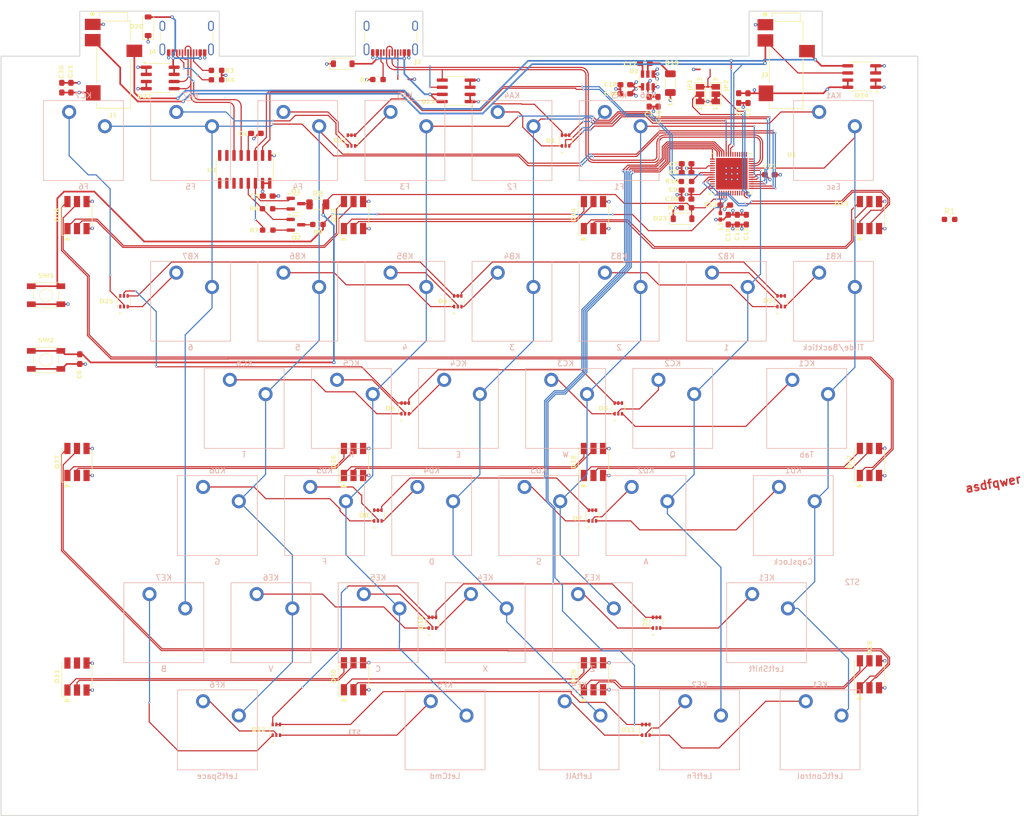
<source format=kicad_pcb>
(kicad_pcb (version 20241229) (generator "pcbnew") (generator_version "9.0")
  (layers (0 "F.Cu" signal) (4 "In1.Cu" signal) (6 "In2.Cu" signal) (2 "B.Cu" signal) (13 "F.Paste" user) (15 "B.Paste" user) (5 "F.SilkS" user "F.Silkscreen") (7 "B.SilkS" user "B.Silkscreen") (1 "F.Mask" user) (3 "B.Mask" user) (25 "Edge.Cuts" user))
  (net 0 "")
  (net 1 "+5V")
  (net 2 "GND")
  (net 3 "Net-(U2-V3)")
  (net 4 "/MCU/RESET")
  (net 5 "+3V3")
  (net 6 "VDD3P3")
  (net 7 "Net-(U3-SW)")
  (net 8 "Net-(U3-BST)")
  (net 9 "Net-(D1A-A)")
  (net 10 "Net-(D1B-A)")
  (net 11 "Net-(D1C-A)")
  (net 12 "/Keyboard/ROWA")
  (net 13 "Net-(D2A-A)")
  (net 14 "Net-(D2B-A)")
  (net 15 "Net-(D2C-A)")
  (net 16 "Net-(D3A-A)")
  (net 17 "Net-(D3B-A)")
  (net 18 "Net-(D3C-A)")
  (net 19 "/Keyboard/ROWB")
  (net 20 "Net-(D4A-A)")
  (net 21 "Net-(D4B-A)")
  (net 22 "Net-(D4C-A)")
  (net 23 "Net-(D5A-A)")
  (net 24 "Net-(D5B-A)")
  (net 25 "Net-(D5C-A)")
  (net 26 "/Keyboard/ROWC")
  (net 27 "Net-(D6A-A)")
  (net 28 "Net-(D6B-A)")
  (net 29 "Net-(D6C-A)")
  (net 30 "Net-(D7A-A)")
  (net 31 "Net-(D7B-A)")
  (net 32 "Net-(D7C-A)")
  (net 33 "/Keyboard/ROWD")
  (net 34 "Net-(D8A-A)")
  (net 35 "Net-(D8B-A)")
  (net 36 "Net-(D8C-A)")
  (net 37 "Net-(D9A-A)")
  (net 39 "Net-(D9C-A)")
  (net 40 "/Keyboard/ROWE")
  (net 41 "Net-(D10A-A)")
  (net 42 "Net-(D10B-A)")
  (net 43 "Net-(D10C-A)")
  (net 44 "Net-(D11A-A)")
  (net 45 "Net-(D11B-A)")
  (net 46 "Net-(D11C-A)")
  (net 47 "/Keyboard/ROWF")
  (net 48 "Net-(D12A-A)")
  (net 49 "Net-(D12B-A)")
  (net 50 "Net-(D12C-A)")
  (net 51 "/Keyboard/RGBDI")
  (net 52 "/Keyboard/RGBCLK")
  (net 53 "Net-(D13-CO)")
  (net 54 "Net-(D13-DO)")
  (net 55 "Net-(D14-CO)")
  (net 56 "Net-(D14-DO)")
  (net 57 "Net-(D15-CO)")
  (net 58 "Net-(D15-DO)")
  (net 59 "Net-(D16-CO)")
  (net 60 "Net-(D16-DO)")
  (net 61 "/Ports/VBUS_USB")
  (net 62 "/Ports/VBUS_USB_PGM")
  (net 63 "/MCU/USB_D-")
  (net 64 "/MCU/USB_D+")
  (net 65 "Net-(U2-UD+)")
  (net 66 "Net-(U2-UD-)")
  (net 67 "/MCU/SCL")
  (net 68 "/MCU/SDA")
  (net 69 "Net-(J2-CC1)")
  (net 70 "Net-(J2-CC2)")
  (net 71 "Net-(J4-CC1)")
  (net 72 "Net-(J4-CC2)")
  (net 73 "/MCU/KBD_TYPE_0")
  (net 74 "Net-(JP1-B)")
  (net 75 "/MCU/KBD_TYPE_1")
  (net 76 "/Keyboard/COL1")
  (net 77 "/Keyboard/COL3")
  (net 78 "/Keyboard/COL4")
  (net 79 "/Keyboard/COL5")
  (net 80 "/Keyboard/COL6")
  (net 81 "/Keyboard/COL7")
  (net 82 "/Keyboard/COL2")
  (net 83 "/MCU/RTS")
  (net 84 "Net-(Q1-B)")
  (net 85 "Net-(Q1-C)")
  (net 86 "/MCU/DTR")
  (net 87 "Net-(Q2-B)")
  (net 88 "Net-(Q2-C)")
  (net 89 "/MCU/BOOT")
  (net 90 "Net-(U1-U0TXD{slash}PROG{slash}GPIO43)")
  (net 91 "/MCU/TXD")
  (net 115 "/MCU/RXD")
  (net 125 "Net-(D25B-A)")
  (net 127 "Net-(D25C-A)")
  (net 128 "Net-(D26-CO)")
  (net 129 "Net-(D26-DO)")
  (net 130 "Net-(D27-CO)")
  (net 131 "Net-(D27-DO)")
  (net 132 "Net-(D28-CO)")
  (net 133 "Net-(D28-DO)")
  (net 134 "Net-(D29-CO)")
  (net 135 "Net-(D29-DO)")
  (net 136 "Net-(D30-CO)")
  (net 137 "Net-(D30-DO)")
  (net 140 "Net-(D17-DO)")
  (net 141 "Net-(D17-CO)")
  (net 142 "Net-(D18-CO)")
  (net 143 "Net-(D18-DO)")
  (footprint "Package_TO_SOT_SMD:SOT-363_SC-70-6" (layer "F.Cu") (at 72.3 25 90)
    (property "Reference" "D2")
    (property "Value" "MMBD4148TW-7-F")
  )
  (footprint "Package_TO_SOT_SMD:SOT-23" (layer "F.Cu") (at 62.4375 36.225)
    (property "Reference" "Q1")
    (property "Value" "SS8050-G")
  )
  (footprint "LED_SMD:LED_RGB_5050-6" (layer "F.Cu") (at 115.333334 82.15 90)
    (property "Reference" "D18")
    (property "Value" "BL-HBGR32L-3-TRB-8")
  )
  (footprint "LED_SMD:LED_RGB_5050-6" (layer "F.Cu") (at 164.4 38.25 90)
    (property "Reference" "D13")
    (property "Value" "BL-HBGR32L-3-TRB-8")
  )
  (footprint "Resistor_SMD:R_0603_1608Metric_Pad0.98x0.95mm_HandSolder" (layer "F.Cu") (at 131.875 32.275 180)
    (property "Reference" "R10")
    (property "Value" "499")
  )
  (footprint "LED_SMD:LED_RGB_5050-6" (layer "F.Cu") (at 115.333334 38.25 90)
    (property "Reference" "D14")
    (property "Value" "BL-HBGR32L-3-TRB-8")
  )
  (footprint "Package_TO_SOT_SMD:SOT-363_SC-70-6" (layer "F.Cu") (at 115.15 91.675 90)
    (property "Reference" "D7")
    (property "Value" "MMBD4148TW-7-F")
  )
  (footprint "Capacitor_SMD:C_1206_3216Metric" (layer "F.Cu") (at 66.3125 36.35)
    (property "Reference" "R8")
    (property "Value" "0")
  )
  (footprint "Capacitor_SMD:C_0603_1608Metric_Pad1.08x0.95mm_HandSolder" (layer "F.Cu") (at 142.8 17.4625 -90)
    (property "Reference" "C2")
    (property "Value" "10 uF")
  )
  (footprint "Capacitor_SMD:C_0603_1608Metric_Pad1.08x0.95mm_HandSolder" (layer "F.Cu") (at 126.8 18.1 -90)
    (property "Reference" "C16")
    (property "Value" "10 uF")
  )
  (footprint "Package_SO:SOIC-8_3.9x4.9mm_P1.27mm" (layer "F.Cu") (at 163.025 13.62 180)
    (property "Reference" "D24")
    (property "Value" "SMDA05CDR2G")
  )
  (footprint "Capacitor_SMD:C_0603_1608Metric_Pad1.08x0.95mm_HandSolder" (layer "F.Cu") (at 146.675 31.075)
    (property "Reference" "C11")
    (property "Value" "100 nF")
  )
  (footprint "LED_SMD:LED_RGB_5050-6" (layer "F.Cu") (at 23.5 82.15 90)
    (property "Reference" "D27")
    (property "Value" "BL-HBGR32L-3-TRB-8")
  )
  (footprint "Resistor_SMD:R_0603_1608Metric_Pad0.98x0.95mm_HandSolder" (layer "F.Cu") (at 48.3125 12.525)
    (property "Reference" "R3")
    (property "Value" "5.1 k")
  )
  (footprint "Package_TO_SOT_SMD:SOT-363_SC-70-6" (layer "F.Cu") (at 31.85 53.575 90)
    (property "Reference" "D25")
    (property "Value" "MMBD4148TW-7-F")
  )
  (footprint "Capacitor_SMD:C_0603_1608Metric_Pad1.08x0.95mm_HandSolder" (layer "F.Cu") (at 142.5 39.0625 -90)
    (property "Reference" "C14")
    (property "Value" "100 nF")
  )
  (footprint "Package_TO_SOT_SMD:SOT-23" (layer "F.Cu") (at 62.4375 39.975)
    (property "Reference" "Q2")
    (property "Value" "SS8050-G")
  )
  (footprint "Capacitor_SMD:C_0603_1608Metric_Pad1.08x0.95mm_HandSolder" (layer "F.Cu") (at 120.9875 15.075 180)
    (property "Reference" "C18")
    (property "Value" "22 uF")
  )
  (footprint "Package_TO_SOT_SMD:SOT-363_SC-70-6" (layer "F.Cu") (at 58.95 129.775 90)
    (property "Reference" "D12")
    (property "Value" "MMBD4148TW-7-F")
  )
  (footprint "Connector_USB:USB_C_Receptacle_GCT_USB4105-xx-A_16P_TopMnt_Horizontal" (layer "F.Cu") (at 79.3 5.675 180)
    (property "Reference" "J2")
    (property "Value" "USB_C_Receptacle_USB2.0_14P")
  )
  (footprint "LED_SMD:LED_RGB_5050-6" (layer "F.Cu") (at 72.666667 120.25 90)
    (property "Reference" "D30")
    (property "Value" "BL-HBGR32L-3-TRB-8")
  )
  (footprint "Resistor_SMD:R_0603_1608Metric_Pad0.98x0.95mm_HandSolder" (layer "F.Cu") (at 57.425 40.925)
    (property "Reference" "R7")
    (property "Value" "10 k")
  )
  (footprint "Resistor_SMD:R_0603_1608Metric_Pad0.98x0.95mm_HandSolder" (layer "F.Cu") (at 66.3375 39.925)
    (property "Reference" "R9")
    (property "Value" "0")
  )
  (footprint "Package_DFN_QFN:QFN-56-1EP_7x7mm_P0.4mm_EP5.6x5.6mm" (layer "F.Cu") (at 139.925 30.9 90)
    (property "Reference" "U1")
    (property "Value" "ESP32-S3-PICO-1")
  )
  (footprint "Capacitor_SMD:C_0603_1608Metric_Pad1.08x0.95mm_HandSolder" (layer "F.Cu") (at 55.3125 23.725)
    (property "Reference" "C4")
    (property "Value" "100 nF")
  )
  (footprint "LED_SMD:LED_RGB_5050-6" (layer "F.Cu") (at 72.666667 38.25 90)
    (property "Reference" "D15")
    (property "Value" "BL-HBGR32L-3-TRB-8")
  )
  (footprint "Inductor_SMD:L_1206_3216Metric_Pad1.22x1.90mm_HandSolder" (layer "F.Cu") (at 129 14.8 -90)
    (property "Reference" "L2")
    (property "Value" "3.9 uH")
  )
  (footprint "LED_SMD:LED_RGB_5050-6" (layer "F.Cu") (at 72.666667 82.15 90)
    (property "Reference" "D26")
    (property "Value" "BL-HBGR32L-3-TRB-8")
  )
  (footprint "Capacitor_SMD:C_0603_1608Metric_Pad1.08x0.95mm_HandSolder" (layer "F.Cu") (at 131.8875 30.7 180)
    (property "Reference" "C8")
    (property "Value" "100 nF")
  )
  (footprint "LED_SMD:LED_RGB_5050-6" (layer "F.Cu") (at 115.333334 120.25 90)
    (property "Reference" "D29")
    (property "Value" "BL-HBGR32L-3-TRB-8")
  )
  (footprint "Capacitor_SMD:C_0603_1608Metric_Pad1.08x0.95mm_HandSolder" (layer "F.Cu") (at 124.475 11.275 180)
    (property "Reference" "C17")
    (property "Value" "100 nF")
  )
  (footprint "Capacitor_SMD:C_0603_1608Metric_Pad1.08x0.95mm_HandSolder" (layer "F.Cu") (at 138.7625 36.4725)
    (property "Reference" "C15")
    (property "Value" "100 nF")
  )
  (footprint "Resistor_SMD:R_0603_1608Metric_Pad0.98x0.95mm_HandSolder" (layer "F.Cu") (at 178.6475 39.02)
    (property "Reference" "R1")
    (property "Value" "5.1 k")
  )
  (footprint "Resistor_SMD:R_0603_1608Metric_Pad0.98x0.95mm_HandSolder" (layer "F.Cu") (at 77.0125 14.15 180)
    (property "Reference" "R2")
    (property "Value" "5.1 k")
  )
  (footprint "MechKeyboardPCB:Jumper3-12" (layer "F.Cu") (at 134.275 16.75 90)
    (property "Reference" "JP1")
    (property "Value" "Solder Jumper")
  )
  (footprint "Resistor_SMD:R_0603_1608Metric_Pad0.98x0.95mm_HandSolder" (layer "F.Cu") (at 57.3875 37.125 180)
    (property "Reference" "R6")
    (property "Value" "10 k")
  )
  (footprint "Package_SO:SOIC-16_3.9x9.9mm_P1.27mm" (layer "F.Cu") (at 53.325 30.125 -90)
    (property "Reference" "U2")
    (property "Value" "CH340C")
  )
  (footprint "MechKeyboard:CUI_SJ-43514-SMT" (layer "F.Cu") (at 149.6 11.55 -90)
    (property "Reference" "J3")
    (property "Value" "SJ-43514-SMT")
  )
  (footprint "MechKeyboardPCB:Jumper3-12" (layer "F.Cu") (at 137.075 16.75 90)
    (property "Reference" "JP2")
    (property "Value" "Solder Jumper")
  )
  (footprint "Capacitor_SMD:C_0603_1608Metric_Pad1.08x0.95mm_HandSolder" (layer "F.Cu") (at 139.3 39.0625 -90)
    (property "Reference" "C12")
    (property "Value" "10 uF")
  )
  (footprint "Resistor_SMD:R_0603_1608Metric_Pad0.98x0.95mm_HandSolder" (layer "F.Cu") (at 131.8625 36.95)
    (property "Reference" "R5")
    (property "Value" "10 k")
  )
  (footprint "LED_SMD:LED_RGB_5050-6" (layer "F.Cu") (at 164.4 82.15 90)
    (property "Reference" "D17")
    (property "Value" "BL-HBGR32L-3-TRB-8" (hide yes))
  )
  (footprint "Capacitor_SMD:C_0603_1608Metric_Pad1.08x0.95mm_HandSolder" (layer "F.Cu") (at 131.875 33.825 180)
    (property "Reference" "C9")
    (property "Value" "1 uF")
  )
  (footprint "Package_TO_SOT_SMD:SOT-363_SC-70-6" (layer "F.Cu") (at 81.85 72.625 90)
    (property "Reference" "D6")
    (property "Value" "MMBD4148TW-7-F")
  )
  (footprint "Capacitor_SMD:C_0603_1608Metric_Pad1.08x0.95mm_HandSolder" (layer "F.Cu") (at 140.9 39.0625 -90)
    (property "Reference" "C13")
    (property "Value" "1 uF")
  )
  (footprint "Capacitor_SMD:C_0603_1608Metric_Pad1.08x0.95mm_HandSolder" (layer "F.Cu") (at 24 63.8625 -90)
    (property "Reference" "C6")
    (property "Value" "100 nF")
  )
  (footprint "Inductor_SMD:L_0402_1005Metric_Pad0.77x0.64mm_HandSolder" (layer "F.Cu") (at 137.9 38.4725 90)
    (property "Reference" "L1")
    (property "Value" "2 nH")
  )
  (footprint "MechKeyboardPCB:CK-PTS647" (layer "F.Cu") (at 18 52.5)
    (property "Reference" "SW1")
    (property "Value" "PTS 647 SM38 SMTR2 LFS")
  )
  (footprint "Package_TO_SOT_SMD:SOT-363_SC-70-6" (layer "F.Cu") (at 148.7 53.575 90)
    (property "Reference" "D3")
    (property "Value" "MMBD4148TW-7-F")
  )
  (footprint "LED_SMD:LED_RGB_5050-6" (layer "F.Cu") (at 23.5 120.3 90)
    (property "Reference" "D31")
    (property "Value" "BL-HBGR32L-3-TRB-8")
  )
  (footprint "Capacitor_SMD:C_0603_1608Metric_Pad1.08x0.95mm_HandSolder" (layer "F.Cu") (at 131.875 35.4 180)
    (property "Reference" "C10")
    (property "Value" "10 nF")
  )
  (footprint "LED_SMD:LED_RGB_5050-6" (layer "F.Cu") (at 23.5 38.25 90)
    (property "Reference" "D16")
    (property "Value" "BL-HBGR32L-3-TRB-8")
  )
  (footprint "Capacitor_SMD:C_0603_1608Metric_Pad1.08x0.95mm_HandSolder" (layer "F.Cu") (at 20.8 15.6 90)
    (property "Reference" "C20")
    (property "Value" "10 uF")
  )
  (footprint "Diode_SMD:D_SOD-123" (layer "F.Cu") (at 36.15 4.675 90)
    (property "Reference" "D20")
    (property "Value" "1N5819HW-7-F")
  )
  (footprint "Capacitor_SMD:C_0603_1608Metric_Pad1.08x0.95mm_HandSolder" (layer "F.Cu") (at 125.25 18.1 -90)
    (property "Reference" "C1")
    (property "Value" "10 uF")
  )
  (footprint "Resistor_SMD:R_0603_1608Metric_Pad0.98x0.95mm_HandSolder" (layer "F.Cu") (at 48.3125 14.2)
    (property "Reference" "R4")
    (property "Value" "5.1 k")
  )
  (footprint "Connector_USB:USB_C_Receptacle_GCT_USB4105-xx-A_16P_TopMnt_Horizontal" (layer "F.Cu") (at 43 5.685 180)
    (property "Reference" "J4")
    (property "Value" "USB_C_Receptacle_USB2.0_14P")
  )
  (footprint "Diode_SMD:D_SOD-123" (layer "F.Cu") (at 131.175 38.9)
    (property "Reference" "D23")
    (property "Value" "1N5819HW-7-F")
  )
  (footprint "Package_TO_SOT_SMD:SOT-363_SC-70-6" (layer "F.Cu") (at 119.75 72.625 90)
    (property "Reference" "D5")
    (property "Value" "MMBD4148TW-7-F")
  )
  (footprint "Capacitor_SMD:C_0603_1608Metric_Pad1.08x0.95mm_HandSolder" (layer "F.Cu") (at 141.15 17.45 -90)
    (property "Reference" "C3")
    (property "Value" "10 nF")
  )
  (footprint "Package_SO:SOIC-8_3.9x4.9mm_P1.27mm" (layer "F.Cu") (at 38.3 13.87)
    (property "Reference" "D22")
    (property "Value" "SMDA05CDR2G")
  )
  (footprint "MechKeyboardPCB:CK-PTS647" (layer "F.Cu") (at 18 64)
    (property "Reference" "SW2")
    (property "Value" "PTS 647 SM38 SMTR2 LFS")
  )
  (footprint "Package_TO_SOT_SMD:SOT-363_SC-70-6" (layer "F.Cu") (at 126.55 110.725 90)
    (property "Reference" "D9")
    (property "Value" "MMBD4148TW-7-F")
  )
  (footprint "Package_TO_SOT_SMD:SOT-363_SC-70-6" (layer "F.Cu") (at 91.2 53.575 90)
    (property "Reference" "D4")
    (property "Value" "MMBD4148TW-7-F")
  )
  (footprint "Package_TO_SOT_SMD:SOT-363_SC-70-6" (layer "F.Cu") (at 77 91.675 90)
    (property "Reference" "D8")
    (property "Value" "MMBD4148TW-7-F")
  )
  (footprint "Package_TO_SOT_SMD:SOT-363_SC-70-6" (layer "F.Cu") (at 124.65 129.775 90)
    (property "Reference" "D11")
    (property "Value" "MMBD4148TW-7-F")
  )
  (footprint "Package_TO_SOT_SMD:SOT-363_SC-70-6" (layer "F.Cu") (at 86.7 110.725 90)
    (property "Reference" "D10")
    (property "Value" "MMBD4148TW-7-F")
  )
  (footprint "Capacitor_SMD:C_0603_1608Metric_Pad1.08x0.95mm_HandSolder" (layer "F.Cu") (at 57.4125 34.875)
    (property "Reference" "C5")
    (property "Value" "10 uF")
  )
  (footprint "Capacitor_SMD:C_0603_1608Metric_Pad1.08x0.95mm_HandSolder" (layer "F.Cu") (at 22.425 15.6 90)
    (property "Reference" "C21")
    (property "Value" "10 nF")
  )
  (footprint "Capacitor_SMD:C_0603_1608Metric_Pad1.08x0.95mm_HandSolder" (layer "F.Cu") (at 120.9875 16.675 180)
    (property "Reference" "C19")
    (property "Value" "22 uF")
  )
  (footprint "Package_TO_SOT_SMD:TSOT-23-6" (layer "F.Cu") (at 125 14.3125 90)
    (property "Reference" "U3")
    (property "Value" "AP63203WU")
  )
  (footprint "Package_TO_SOT_SMD:SOT-363_SC-70-6" (layer "F.Cu") (at 110.375 25 90)
    (property "Reference" "D1")
    (property "Value" "MMBD4148TW-7-F")
  )
  (footprint "Package_SO:SOIC-8_3.9x4.9mm_P1.27mm" (layer "F.Cu") (at 90.925 16.16 180)
    (property "Reference" "D21")
    (property "Value" "SMDA05CDR2G")
  )
  (footprint "LED_SMD:LED_RGB_5050-6" (layer "F.Cu") (at 164.4 119.9 90)
    (property "Reference" "D28")
    (property "Value" "BL-HBGR32L-3-TRB-8")
  )
  (footprint "MechKeyboard:CUI_SJ-43514-SMT" (layer "F.Cu") (at 30 11.5 -90)
    (property "Reference" "J1")
    (property "Value" "SJ-43514-SMT")
  )
  (footprint "Diode_SMD:D_SOD-123" (layer "F.Cu") (at 70.75 11.35)
    (property "Reference" "D19")
    (property "Value" "1N5819HW-7-F")
  )
  (footprint "Capacitor_SMD:C_0603_1608Metric_Pad1.08x0.95mm_HandSolder" (layer "F.Cu") (at 131.8875 29.125 180)
    (property "Reference" "C7")
    (property "Value" "1 uF")
  )
  (footprint "MechKeyboardPCB:SW_Cherry_MX_Plate_1.50u" (layer "B.Cu") (at 153.235 72.625 180)
    (property "Reference" "KC1")
    (property "Value" "SW_Push")
  )
  (footprint "MechKeyboardPCB:SW_Cherry_MX_Plate_1.00u" (layer "B.Cu") (at 119.9 53.575 180)
    (property "Reference" "KB3")
    (property "Value" "SW_Push")
  )
  (footprint "MechKeyboardPCB:SW_Cherry_MX_Plate_1.00u" (layer "B.Cu") (at 105.6125 91.675 180)
    (property "Reference" "KD3")
    (property "Value" "SW_Push")
  )
  (footprint "MechKeyboardPCB:SW_Cherry_MX_Plate_3.00u" (layer "B.Cu") (at 48.4625 129.775 180)
    (property "Reference" "KF6")
    (property "Value" "SW_Push")
  )
  (footprint "MechKeyboardPCB:SW_Cherry_MX_Plate_1.00u" (layer "B.Cu") (at 86.5625 91.675 180)
    (property "Reference" "KD4")
    (property "Value" "SW_Push")
  )
  (footprint "MechKeyboardPCB:SW_Cherry_MX_Plate_1.00u" (layer "B.Cu") (at 81.8 25 180)
    (property "Reference" "KA5")
    (property "Value" "SW_Push")
  )
  (footprint "MechKeyboardPCB:SW_Cherry_MX_Plate_1.00u" (layer "B.Cu") (at 91.325 72.625 180)
    (property "Reference" "KC4")
    (property "Value" "SW_Push")
  )
  (footprint "MechKeyboardPCB:SW_Cherry_MX_Plate_1.00u" (layer "B.Cu") (at 38.9375 110.725 180)
    (property "Reference" "KE7")
    (property "Value" "SW_Push")
  )
  (footprint "MechKeyboardPCB:SW_Cherry_MX_Plate_1.00u" (layer "B.Cu") (at 115.1375 110.725 180)
    (property "Reference" "KE3")
    (property "Value" "SW_Push")
  )
  (footprint "MechKeyboardPCB:SW_Cherry_MX_Plate_1.00u" (layer "B.Cu") (at 134.1875 129.775 180)
    (property "Reference" "KF2")
    (property "Value" "SW_Push")
  )
  (footprint "MechKeyboardPCB:SW_Cherry_MX_Plate_1.25u" (layer "B.Cu") (at 112.75625 129.775 180)
    (property "Reference" "KF4")
    (property "Value" "SW_Push")
  )
  (footprint "MechKeyboardPCB:SW_Cherry_MX_Plate_1.00u" (layer "B.Cu") (at 48.4625 91.675 180)
    (property "Reference" "KD6")
    (property "Value" "SW_Push")
  )
  (footprint "MechKeyboardPCB:SW_Cherry_MX_Plate_1.00u" (layer "B.Cu") (at 158 25 180)
    (property "Reference" "KA1")
    (property "Value" "SW_Push")
  )
  (footprint "MechKeyboardPCB:SW_Cherry_MX_Plate_1.00u" (layer "B.Cu") (at 100.85 53.575 180)
    (property "Reference" "KB4")
    (property "Value" "SW_Push")
  )
  (footprint "MechKeyboardPCB:SW_Cherry_MX_Plate_1.00u" (layer "B.Cu") (at 81.8 53.575 180)
    (property "Reference" "KB5")
    (property "Value" "SW_Push")
  )
  (footprint "MechKeyboardPCB:SW_Cherry_MX_Plate_1.00u" (layer "B.Cu") (at 67.5125 91.675 180)
    (property "Reference" "KD5")
    (property "Value" "SW_Push")
  )
  (footprint "MechKeyboardPCB:SW_Cherry_MX_Plate_1.00u" (layer "B.Cu") (at 124.6625 91.675 180)
    (property "Reference" "KD2")
    (property "Value" "SW_Push")
  )
  (footprint "MechKeyboardPCB:SW_Cherry_MX_Plate_1.00u" (layer "B.Cu") (at 158 53.575 180)
    (property "Reference" "KB1")
    (property "Value" "SW_Push")
  )
  (footprint "MechKeyboardPCB:SW_Cherry_MX_Plate_1.25u" (layer "B.Cu") (at 155.61875 129.775 180)
    (property "Reference" "KF1")
    (property "Value" "SW_Push")
  )
  (footprint "MechKeyboardPCB:SW_Cherry_MX_Plate_1.00u" (layer "B.Cu") (at 119.9 25 180)
    (property "Reference" "KA3")
    (property "Value" "SW_Push")
  )
  (footprint "MechKeyboardPCB:SW_Cherry_MX_Plate_1.00u" (layer "B.Cu") (at 100.85 25 180)
    (property "Reference" "KA4")
    (property "Value" "SW_Push")
  )
  (footprint "PCM_Mounting_Keyboard_Stabilizer:Stabilizer_Cherry_MX_3.00u" (layer "B.Cu") (at 48.4625 129.775 180)
    (property "Reference" "ST1")
    (property "Value" "Stabilizer")
  )
  (footprint "MechKeyboardPCB:SW_Cherry_MX_Plate_1.00u" (layer "B.Cu") (at 43.7 25 180)
    (property "Reference" "KA7")
    (property "Value" "SW_Push")
  )
  (footprint "MechKeyboardPCB:SW_Cherry_MX_Plate_1.00u" (layer "B.Cu") (at 138.95 53.575 180)
    (property "Reference" "KB2")
    (property "Value" "SW_Push")
  )
  (footprint "MechKeyboardPCB:SW_Cherry_MX_Plate_1.00u" (layer "B.Cu") (at 62.75 53.575 180)
    (property "Reference" "KB6")
    (property "Value" "SW_Push")
  )
  (footprint "MechKeyboardPCB:SW_Cherry_MX_Plate_1.00u" (layer "B.Cu") (at 53.225 72.625 180)
    (property "Reference" "KC6")
    (property "Value" "SW_Push")
  )
  (footprint "MechKeyboardPCB:SW_Cherry_MX_Plate_2.25u" (layer "B.Cu") (at 146.09375 110.725 180)
    (property "Reference" "KE1")
    (property "Value" "SW_Push")
  )
  (footprint "MechKeyboardPCB:SW_Cherry_MX_Plate_1.00u" (layer "B.Cu") (at 62.75 25 180)
    (property "Reference" "KA6")
    (property "Value" "SW_Push")
  )
  (footprint "MechKeyboardPCB:SW_Cherry_MX_Plate_1.00u" (layer "B.Cu") (at 77.0375 110.725 180)
    (property "Reference" "KE5")
    (property "Value" "SW_Push")
  )
  (footprint "MechKeyboardPCB:SW_Cherry_MX_Plate_1.00u" (layer "B.Cu") (at 96.0875 110.725 180)
    (property "Reference" "KE4")
    (property "Value" "SW_Push")
  )
  (footprint "MechKeyboardPCB:SW_Cherry_MX_Plate_1.00u" (layer "B.Cu") (at 72.275 72.625 180)
    (property "Reference" "KC5")
    (property "Value" "SW_Push")
  )
  (footprint "MechKeyboardPCB:SW_Cherry_MX_Plate_1.75u" (layer "B.Cu") (at 150.85625 91.675 180)
    (property "Reference" "KD1")
    (property "Value" "SW_Push")
  )
  (footprint "MechKeyboardPCB:SW_Cherry_MX_Plate_1.00u" (layer "B.Cu") (at 129.425 72.625 180)
    (property "Reference" "KC2")
    (property "Value" "SW_Push")
  )
  (footprint "MechKeyboardPCB:SW_Cherry_MX_Plate_1.00u" (layer "B.Cu") (at 57.9875 110.725 180)
    (property "Reference" "KE6")
    (property "Value" "SW_Push")
  )
  (footprint "PCM_Mounting_Keyboard_Stabilizer:Stabilizer_Cherry_MX_2.00u" (layer "B.Cu") (at 146.09375 110.725 180)
    (property "Reference" "ST2")
    (property "Value" "Stabilizer")
  )
  (footprint "MechKeyboardPCB:SW_Cherry_MX_Plate_1.25u" (layer "B.Cu") (at 88.94375 129.775 180)
    (property "Reference" "KF5")
    (property "Value" "SW_Push")
  )
  (footprint "MechKeyboardPCB:SW_Cherry_MX_Plate_1.00u" (layer "B.Cu") (at 110.375 72.625 180)
    (property "Reference" "KC3")
    (property "Value" "SW_Push")
  )
  (footprint "MechKeyboardPCB:SW_Cherry_MX_Plate_1.00u" (layer "B.Cu") (at 24.65 25 180)
    (property "Reference" "KC7")
    (property "Value" "SW_Push")
  )
  (footprint "MechKeyboardPCB:SW_Cherry_MX_Plate_1.00u" (layer "B.Cu") (at 43.7 53.575 180)
    (property "Reference" "KB7")
    (property "Value" "SW_Push")
  )
  (gr_poly (pts (xy 10 10) (xy 24 10) (xy 24 2) (xy 48.8 2) (xy 48.8 10) (xy 73 10) (xy 73 2) (xy 85 2) (xy 85 10) (xy 143 10) (xy 143 2) (xy 156 2) (xy 156 10) (xy 173 10) (xy 173 145) (xy 10 145)) (stroke (width 0.15)) (fill no) (layer "Edge.Cuts"))
  (gr_text "asdfqwer" (at 181.456789 87.78 10.123) (layer "F.Cu") (effects (font (size 1.5 1.5) (thickness 0.3) (bold yes)) (justify left bottom)))
  (segment (start 160.55 15.525) (end 157.275 15.525) (width 0.3) (layer "F.Cu") (net 1))
  (segment (start 125.95 16.475) (end 126.05 16.575) (width 0.3) (layer "F.Cu") (net 1))
  (segment (start 56.5 34.05) (end 56.55 34.1) (width 0.3) (layer "F.Cu") (net 1))
  (segment (start 117.033334 117.85) (end 118.1 117.85) (width 0.3) (layer "F.Cu") (net 1))
  (segment (start 125 14.775) (end 125.4 14.375) (width 0.3) (layer "F.Cu") (net 1))
  (segment (start 126.025 16.6) (end 126.05 16.575) (width 0.3) (layer "F.Cu") (net 1))
  (segment (start 25.2 117.9) (end 26.175 117.9) (width 0.3) (layer "F.Cu") (net 1))
  (segment (start 126.8 17.2375) (end 126.025 17.2375) (width 0.3) (layer "F.Cu") (net 1))
  (segment (start 25.2 35.85) (end 26.2 35.85) (width 0.3) (layer "F.Cu") (net 1))
  (segment (start 141.15 16.5875) (end 142.7875 16.5875) (width 0.3) (layer "F.Cu") (net 1))
  (segment (start 156.903301 15.903301) (end 156.9 15.9) (width 0.3) (layer "F.Cu") (net 1))
  (segment (start 57.77 32.6) (end 56.5 32.6) (width 0.3) (layer "F.Cu") (net 1))
  (segment (start 117.033334 79.75) (end 118.05 79.75) (width 0.3) (layer "F.Cu") (net 1))
  (segment (start 143.95 16.6) (end 143.95 16) (width 0.3) (layer "F.Cu") (net 1))
  (segment (start 125 16.9875) (end 125.25 17.2375) (width 0.3) (layer "F.Cu") (net 1))
  (segment (start 160.55 14.255) (end 160.55 15.525) (width 0.3) (layer "F.Cu") (net 1))
  (segment (start 156.675 16.125) (end 156.9 15.9) (width 0.3) (layer "F.Cu") (net 1))
  (segment (start 166.1 35.85) (end 167.1 35.85) (width 0.3) (layer "F.Cu") (net 1))
  (segment (start 74.366667 79.75) (end 75.375 79.75) (width 0.3) (layer "F.Cu") (net 1))
  (segment (start 125.95 15.45) (end 126.775 15.45) (width 0.3) (layer "F.Cu") (net 1))
  (segment (start 143.95 16.6) (end 146 16.6) (width 0.3) (layer "F.Cu") (net 1))
  (segment (start 25.2 79.75) (end 26.225 79.75) (width 0.2) (layer "F.Cu") (net 1))
  (segment (start 117.033334 35.85) (end 118.05 35.85) (width 0.3) (layer "F.Cu") (net 1))
  (segment (start 125 15.45) (end 125 14.775) (width 0.3) (layer "F.Cu") (net 1))
  (segment (start 166.1 117.5) (end 167.125 117.5) (width 0.3) (layer "F.Cu") (net 1))
  (segment (start 125 15.45) (end 125 16.9875) (width 0.3) (layer "F.Cu") (net 1))
  (segment (start 157.275 15.525) (end 156.675 16.125) (width 0.3) (layer "F.Cu") (net 1))
  (segment (start 166.1 79.75) (end 167.1 79.75) (width 0.3) (layer "F.Cu") (net 1))
  (segment (start 56.5 32.6) (end 56.5 34.825) (width 0.3) (layer "F.Cu") (net 1))
  (segment (start 142.8 16.6) (end 143.95 16.6) (width 0.3) (layer "F.Cu") (net 1))
  (segment (start 74.366667 35.85) (end 75.35 35.85) (width 0.3) (layer "F.Cu") (net 1))
  (segment (start 126.025 17.2375) (end 125.25 17.2375) (width 0.3) (layer "F.Cu") (net 1))
  (segment (start 20.8 16.4625) (end 26.3125 16.4625) (width 0.3) (layer "F.Cu") (net 1))
  (segment (start 126.025 17.2375) (end 126.025 16.6) (width 0.3) (layer "F.Cu") (net 1))
  (segment (start 156.2 16.6) (end 156.675 16.125) (width 0.3) (layer "F.Cu") (net 1))
  (segment (start 69.1 11.35) (end 67.95 11.35) (width 0.3) (layer "F.Cu") (net 1))
  (segment (start 125.95 15.45) (end 125.95 16.475) (width 0.3) (layer "F.Cu") (net 1))
  (segment (start 74.366667 117.85) (end 75.375 117.85) (width 0.3) (layer "F.Cu") (net 1))
  (segment (start 36.15 6.325) (end 36.15 7.45) (width 0.3) (layer "F.Cu") (net 1))
  (segment (start 126.05 16.575) (end 126.05 16.5) (width 0.3) (layer "F.Cu") (net 1))
  (segment (start 146 16.6) (end 156.2 16.6) (width 0.3) (layer "F.Cu") (net 1))
  (via (at 26.225 79.75) (size 0.6) (drill 0.3) (layers "F.Cu" "B.Cu") (net 1))
  (via (at 156.9 15.9) (size 0.6) (drill 0.3) (layers "F.Cu" "B.Cu") (net 1))
  (via (at 118.075 79.775) (size 0.6) (drill 0.3) (layers "F.Cu" "B.Cu") (net 1))
  (via (at 75.4 117.825) (size 0.6) (drill 0.3) (layers "F.Cu" "B.Cu") (net 1))
  (via (at 75.375 79.75) (size 0.6) (drill 0.3) (layers "F.Cu" "B.Cu") (net 1))
  (via (at 67.9 11.4) (size 0.6) (drill 0.3) (layers "F.Cu" "B.Cu") (net 1))
  (via (at 167.125 35.825) (size 0.6) (drill 0.3) (layers "F.Cu" "B.Cu") (net 1))
  (via (at 23.9 16.4625) (size 0.6) (drill 0.3) (layers "F.Cu" "B.Cu") (net 1))
  (via (at 143.95 16) (size 0.6) (drill 0.3) (layers "F.Cu" "B.Cu") (net 1))
  (via (at 126.775 15.45) (size 0.6) (drill 0.3) (layers "F.Cu" "B.Cu") (net 1))
  (via (at 167.125 117.5) (size 0.6) (drill 0.3) (layers "F.Cu" "B.Cu") (net 1))
  (via (at 167.125 79.725) (size 0.6) (drill 0.3) (layers "F.Cu" "B.Cu") (net 1))
  (via (at 26.225 35.825) (size 0.6) (drill 0.3) (layers "F.Cu" "B.Cu") (net 1))
  (via (at 56.5 34.05) (size 0.6) (drill 0.3) (layers "F.Cu" "B.Cu") (net 1))
  (via (at 126.05 16.575) (size 0.6) (drill 0.3) (layers "F.Cu" "B.Cu") (net 1))
  (via (at 26.225 117.95) (size 0.6) (drill 0.3) (layers "F.Cu" "B.Cu") (net 1))
  (via (at 118.075 35.875) (size 0.6) (drill 0.3) (layers "F.Cu" "B.Cu") (net 1))
  (via (at 36.15 7.45) (size 0.6) (drill 0.3) (layers "F.Cu" "B.Cu") (net 1))
  (via (at 125.4 14.375) (size 0.6) (drill 0.3) (layers "F.Cu" "B.Cu") (net 1))
  (via (at 118.1 117.85) (size 0.6) (drill 0.3) (layers "F.Cu" "B.Cu") (net 1))
  (via (at 75.375 35.825) (size 0.6) (drill 0.3) (layers "F.Cu" "B.Cu") (net 1))
  (arc (start 75.375 117.85) (mid 75.392678 117.842678) (end 75.4 117.825) (width 0.3) (layer "F.Cu") (net 1))
  (arc (start 26.175 117.9) (mid 26.210355 117.914645) (end 26.225 117.95) (width 0.3) (layer "F.Cu") (net 1))
  (arc (start 26.2 35.85) (mid 26.217678 35.842678) (end 26.225 35.825) (width 0.3) (layer "F.Cu") (net 1))
  (arc (start 56.5 34.825) (mid 56.514645 34.860355) (end 56.55 34.875) (width 0.3) (layer "F.Cu") (net 1))
  (arc (start 67.95 11.35) (mid 67.914645 11.364645) (end 67.9 11.4) (width 0.3) (layer "F.Cu") (net 1))
  (arc (start 142.7875 16.5875) (mid 142.796339 16.591161) (end 142.8 16.6) (width 0.3) (layer "F.Cu") (net 1))
  (arc (start 167.1 79.75) (mid 167.117678 79.742678) (end 167.125 79.725) (width 0.3) (layer "F.Cu") (net 1))
  (arc (start 75.35 35.85) (mid 75.367678 35.842678) (end 75.375 35.825) (width 0.3) (layer "F.Cu") (net 1))
  (arc (start 118.05 35.85) (mid 118.067678 35.857322) (end 118.075 35.875) (width 0.3) (layer "F.Cu") (net 1))
  (arc (start 118.05 79.75) (mid 118.067678 79.757322) (end 118.075 79.775) (width 0.3) (layer "F.Cu") (net 1))
  (arc (start 167.1 35.85) (mid 167.117678 35.842678) (end 167.125 35.825) (width 0.3) (layer "F.Cu") (net 1))
  (arc (start 26.3125 16.4625) (mid 26.374372 16.488128) (end 26.4 16.55) (width 0.3) (layer "F.Cu") (net 1))
  (segment (start 126.025 18.9625) (end 126.025 19.775) (width 0.3) (layer "F.Cu") (net 2))
  (segment (start 139.3 39.925) (end 140.1 39.925) (width 0.3) (layer "F.Cu") (net 2))
  (segment (start 147.5375 31.075) (end 148.55 31.075) (width 0.3) (layer "F.Cu") (net 2))
  (segment (start 141.7 39.925) (end 141.7 40.075) (width 0.3) (layer "F.Cu") (net 2))
  (segment (start 20.8 65.6) (end 21.675 64.725) (width 0.3) (layer "F.Cu") (net 2))
  (segment (start 117.033334 84.55) (end 118.075 84.55) (width 0.3) (layer "F.Cu") (net 2))
  (segment (start 140.1 39.925) (end 140.9 39.925) (width 0.3) (layer "F.Cu") (net 2))
  (segment (start 26.224998 122.7) (end 26.224999 122.699999) (width 0.3) (layer "F.Cu") (net 2))
  (segment (start 131.025 29.9) (end 130.875 29.9) (width 0.3) (layer "F.Cu") (net 2))
  (segment (start 74.366667 40.65) (end 75.45 40.65) (width 0.3) (layer "F.Cu") (net 2))
  (segment (start 25.2 122.7) (end 26.224998 122.7) (width 0.3) (layer "F.Cu") (net 2))
  (segment (start 82.3875 14.125) (end 83.475 14.125) (width 0.3) (layer "F.Cu") (net 2))
  (segment (start 142 18.3125) (end 142.7875 18.3125) (width 0.3) (layer "F.Cu") (net 2))
  (segment (start 20.625 65.6) (end 20.8 65.6) (width 0.3) (layer "F.Cu") (net 2))
  (segment (start 57.77 27.65) (end 58.55 27.65) (width 0.3) (layer "F.Cu") (net 2))
  (segment (start 93.4 15.525) (end 93.4 14.255) (width 0.3) (layer "F.Cu") (net 2))
  (segment (start 166.1 40.65) (end 167.125 40.65) (width 0.3) (layer "F.Cu") (net 2))
  (segment (start 46.2 9.365) (end 46.2 10.275) (width 0.3) (layer "F.Cu") (net 2))
  (segment (start 15.375 54.1) (end 20.625 54.1) (width 0.3) (layer "F.Cu") (net 2))
  (segment (start 139.4275 36.4725) (end 138.65 37.25) (width 0.3) (layer "F.Cu") (net 2))
  (segment (start 35.825 13.235) (end 35.825 11.965) (width 0.3) (layer "F.Cu") (net 2))
  (segment (start 125.25 18.9625) (end 126.025 18.9625) (width 0.3) (layer "F.Cu") (net 2))
  (segment (start 120.125 15.875) (end 119.375 15.875) (width 0.3) (layer "F.Cu") (net 2))
  (segment (start 94.84 18.065) (end 94.85 18.075) (width 0.3) (layer "F.Cu") (net 2))
  (segment (start 26.3 4.35) (end 28.2 4.35) (width 0.3) (layer "F.Cu") (net 2))
  (segment (start 131.0125 35.4) (end 131.0125 34.6) (width 0.3) (layer "F.Cu") (net 2))
  (segment (start 125.95 13.175) (end 126.725 13.175) (width 0.3) (layer "F.Cu") (net 2))
  (segment (start 145.9 4.4) (end 144.15 4.4) (width 0.3) (layer "F.Cu") (net 2))
  (segment (start 20.625 54.1) (end 21.875 54.1) (width 0.3) (layer "F.Cu") (net 2))
  (segment (start 35.825 15.775) (end 34.35 15.775) (width 0.3) (layer "F.Cu") (net 2))
  (segment (start 134.275 18.05) (end 137.075 18.05) (width 0.3) (layer "F.Cu") (net 2))
  (segment (start 21.675 64.725) (end 24 64.725) (width 0.3) (layer "F.Cu") (net 2))
  (segment (start 93.4 16.795) (end 93.4 18.065) (width 0.3) (layer "F.Cu") (net 2))
  (segment (start 166.1 122.3) (end 167.125 122.3) (width 0.3) (layer "F.Cu") (net 2))
  (segment (start 125.95 13.025) (end 126.675 12.3) (width 0.3) (layer "F.Cu") (net 2))
  (segment (start 74.366667 84.55) (end 75.35 84.55) (width 0.3) (layer "F.Cu") (net 2))
  (segment (start 141.7 40.075) (end 141.7 40.675) (width 0.3) (layer "F.Cu") (net 2))
  (segment (start 49.225 12.525) (end 49.225 13.375) (width 0.3) (layer "F.Cu") (net 2))
  (segment (start 165.5 11.715) (end 167.015 11.715) (width 0.3) (layer "F.Cu") (net 2))
  (segment (start 125.95 13.175) (end 125.95 13.325) (width 0.3) (layer "F.Cu") (net 2))
  (segment (start 15.375 65.6) (end 20.625 65.6) (width 0.3) (layer "F.Cu") (net 2))
  (segment (start 34.44 11.965) (end 35.825 11.965) (width 0.3) (layer "F.Cu") (net 2))
  (segment (start 142 18.3125) (end 142 19.05) (width 0.3) (layer "F.Cu") (net 2))
  (segment (start 56.175 23.725) (end 55.85 23.725) (width 0.3) (layer "F.Cu") (net 2))
  (segment (start 22.425 14.7375) (end 23.8375 14.7375) (width 0.3) (layer "F.Cu") (net 2))
  (segment (start 35.825 14.505) (end 35.825 15.775) (width 0.3) (layer "F.Cu") (net 2))
  (segment (start 120.125 15.075) (end 120.125 15.875) (width 0.3) (layer "F.Cu") (net 2))
  (segment (start 76.1 9.355) (end 76.1 10.25) (width 0.3) (layer "F.Cu") (net 2))
  (segment (start 141.15 18.3125) (end 142 18.3125) (width 0.3) (layer "F.Cu") (net 2))
  (segment (start 126.025 18.9625) (end 126.8 18.9625) (width 0.3) (layer "F.Cu") (net 2))
  (segment (start 165.5 15.525) (end 166.975 15.525) (width 0.3) (layer "F.Cu") (net 2))
  (segment (start 140.9 39.925) (end 141.7 39.925) (width 0.3) (layer "F.Cu") (net 2))
  (segment (start 130.875 29.9) (end 130.25 29.9) (width 0.3) (layer "F.Cu") (net 2))
  (segment (start 58.275 34.875) (end 59.3 34.875) (width 0.3) (layer "F.Cu") (net 2))
  (segment (start 139.625 36.4725) (end 139.4275 36.4725) (width 0.3) (layer "F.Cu") (net 2))
  (segment (start 131.025 29.9) (end 131.025 30.7) (width 0.3) (layer "F.Cu") (net 2))
  (segment (start 117.033334 122.65) (end 118.075 122.65) (width 0.3) (layer "F.Cu") (net 2))
  (segment (start 39.8 9.365) (end 39.8 10.25) (width 0.3) (layer "F.Cu") (net 2))
  (segment (start 140.1 39.925) (end 140.1 40.675) (width 0.3) (layer "F.Cu") (net 2))
  (segment (start 25.2 40.65) (end 26.175 40.65) (width 0.3) (layer "F.Cu") (net 2))
  (segment (start 76.1 14.15) (end 75.05 14.15) (width 0.3) (layer "F.Cu") (net 2))
  (segment (start 49.225 13.375) (end 49.925 13.375) (width 0.3) (layer "F.Cu") (net 2))
  (segment (start 82.5 9.355) (end 82.5 10.25) (width 0.3) (layer "F.Cu") (net 2))
  (segment (start 93.4 14.255) (end 94.87 14.255) (width 0.3) (layer "F.Cu") (net 2))
  (segment (start 94.87 14.255) (end 94.875 14.25) (width 0.3) (layer "F.Cu") (net 2))
  (segment (start 20.8 14.7375) (end 22.425 14.7375) (width 0.3) (layer "F.Cu") (net 2))
  (segment (start 141.7 39.925) (end 142.5 39.925) (width 0.3) (layer "F.Cu") (net 2))
  (segment (start 120.125 15.875) (end 120.125 16.675) (width 0.3) (layer "F.Cu") (net 2))
  (segment (start 74.366667 122.65) (end 75.4 122.65) (width 0.3) (layer "F.Cu") (net 2))
  (segment (start 93.4 18.065) (end 94.84 18.065) (width 0.3) (layer "F.Cu") (net 2))
  (segment (start 117.033334 40.65) (end 118.05 40.65) (width 0.3) (layer "F.Cu") (net 2))
  (segment (start 131.0125 34.6) (end 131.0125 33.825) (width 0.3) (layer "F.Cu") (net 2))
  (segment (start 55.85 23.725) (end 54.925 24.65) (width 0.3) (layer "F.Cu") (net 2))
  (segment (start 34.43 11.975) (end 34.44 11.965) (width 0.3) (layer "F.Cu") (net 2))
  (segment (start 24 64.725) (end 24.975 64.725) (width 0.3) (layer "F.Cu") (net 2))
  (segment (start 34.35 11.975) (end 34.43 11.975) (width 0.3) (layer "F.Cu") (net 2))
  (segment (start 131.0125 34.6) (end 130.225 34.6) (width 0.3) (layer "F.Cu") (net 2))
  (segment (start 166.1 84.55) (end 167.1 84.55) (width 0.3) (layer "F.Cu") (net 2))
  (segment (start 25.2 84.55) (end 26.225 84.55) (width 0.2) (layer "F.Cu") (net 2))
  (segment (start 125.95 13.325) (end 126.675 14.05) (width 0.3) (layer "F.Cu") (net 2))
  (segment (start 49.225 13.375) (end 49.225 14.2) (width 0.3) (layer "F.Cu") (net 2))
  (segment (start 125.95 13.175) (end 125.95 13.025) (width 0.3) (layer "F.Cu") (net 2))
  (segment (start 165.5 14.255) (end 165.5 15.525) (width 0.3) (layer "F.Cu") (net 2))
  (segment (start 165.5 12.985) (end 165.5 11.715) (width 0.3) (layer "F.Cu") (net 2))
  (segment (start 131.025 29.125) (end 131.025 29.9) (width 0.3) (layer "F.Cu") (net 2))
  (via (at 26.225 84.55) (size 0.6) (drill 0.3) (layers "F.Cu" "B.Cu") (net 2))
  (via (at 54.925 24.65) (size 0.6) (drill 0.3) (layers "F.Cu" "B.Cu") (net 2))
  (via (at 58.55 27.65) (size 0.6) (drill 0.3) (layers "F.Cu" "B.Cu") (net 2))
  (via (at 126.725 13.175) (size 0.6) (drill 0.3) (layers "F.Cu" "B.Cu") (net 2))
  (via (at 130.2 34.625) (size 0.6) (drill 0.3) (layers "F.Cu" "B.Cu") (net 2))
  (via (at 141.7 40.675) (size 0.6) (drill 0.3) (layers "F.Cu" "B.Cu") (net 2))
  (via (at 94.875 14.25) (size 0.6) (drill 0.3) (layers "F.Cu" "B.Cu") (net 2))
  (via (at 139.925 31.9) (size 0.35) (drill 0.2) (layers "F.Cu" "B.Cu") (net 2))
  (via (at 167.025 11.725) (size 0.6) (drill 0.3) (layers "F.Cu" "B.Cu") (net 2))
  (via (at 140.925 29.9) (size 0.35) (drill 0.2) (layers "F.Cu" "B.Cu") (net 2))
  (via (at 25 64.75) (size 0.6) (drill 0.3) (layers "F.Cu" "B.Cu") (net 2))
  (via (at 75.375 84.525) (size 0.6) (drill 0.3) (layers "F.Cu" "B.Cu") (net 2))
  (via (at 26.225 40.6) (size 0.6) (drill 0.3) (layers "F.Cu" "B.Cu") (net 2))
  (via (at 126.675 12.3) (size 0.6) (drill 0.3) (layers "F.Cu" "B.Cu") (net 2))
  (via (at 138.65 37.25) (size 0.6) (drill 0.3) (layers "F.Cu" "B.Cu") (net 2))
  (via (at 83.5 14.1) (size 0.6) (drill 0.3) (layers "F.Cu" "B.Cu") (net 2))
  (via (at 139.925 30.9) (size 0.35) (drill 0.2) (layers "F.Cu" "B.Cu") (net 2))
  (via (at 126 19.8) (size 0.6) (drill 0.3) (layers "F.Cu" "B.Cu") (net 2))
  (via (at 26.224999 122.699999) (size 0.6) (drill 0.3) (layers "F.Cu" "B.Cu") (net 2))
  (via (at 138.925 29.9) (size 0.35) (drill 0.2) (layers "F.Cu" "B.Cu") (net 2))
  (via (at 75 14.15) (size 0.6) (drill 0.3) (layers "F.Cu" "B.Cu") (net 2))
  (via (at 167.125 84.575) (size 0.6) (drill 0.3) (layers "F.Cu" "B.Cu") (net 2))
  (via (at 28.2 4.35) (size 0.6) (drill 0.3) (layers "F.Cu" "B.Cu") (net 2))
  (via (at 141.975 19.075) (size 0.6) (drill 0.3) (layers "F.Cu" "B.Cu") (net 2))
  (via (at 167.125 40.65) (size 0.6) (drill 0.3) (layers "F.Cu" "B.Cu") (net 2))
  (via (at 75.4 122.65) (size 0.6) (drill 0.3) (layers "F.Cu" "B.Cu") (net 2))
  (via (at 144.15 4.4) (size 0.6) (drill 0.3) (layers "F.Cu" "B.Cu") (net 2))
  (via (at 139.925 29.9) (size 0.35) (drill 0.2) (layers "F.Cu" "B.Cu") (net 2))
  (via (at 119.325 15.825) (size 0.6) (drill 0.3) (layers "F.Cu" "B.Cu") (net 2))
  (via (at 130.25 29.9) (size 0.6) (drill 0.3) (layers "F.Cu" "B.Cu") (net 2))
  (via (at 118.075 84.55) (size 0.6) (drill 0.3) (layers "F.Cu" "B.Cu") (net 2))
  (via (at 34.35 15.775) (size 0.6) (drill 0.3) (layers "F.Cu" "B.Cu") (net 2))
  (via (at 23.85 14.75) (size 0.6) (drill 0.3) (layers "F.Cu" "B.Cu") (net 2))
  (via (at 167.125 122.3) (size 0.6) (drill 0.3) (layers "F.Cu" "B.Cu") (net 2))
  (via (at 118.1 122.625) (size 0.6) (drill 0.3) (layers "F.Cu" "B.Cu") (net 2))
  (via (at 148.55 31.075) (size 0.6) (drill 0.3) (layers "F.Cu" "B.Cu") (net 2))
  (via (at 49.95 13.4) (size 0.6) (drill 0.3) (layers "F.Cu" "B.Cu") (net 2))
  (via (at 135.65 18.05) (size 0.6) (drill 0.3) (layers "F.Cu" "B.Cu") (net 2))
  (via (at 126.675 14.05) (size 0.6) (drill 0.3) (layers "F.Cu" "B.Cu") (net 2))
  (via (at 138.925 30.9) (size 0.35) (drill 0.2) (layers "F.Cu" "B.Cu") (net 2))
  (via (at 82.5 10.25) (size 0.6) (drill 0.3) (layers "F.Cu" "B.Cu") (net 2))
  (via (at 140.925 31.9) (size 0.35) (drill 0.2) (layers "F.Cu" "B.Cu") (net 2))
  (via (at 59.325 34.85) (size 0.6) (drill 0.3) (layers "F.Cu" "B.Cu") (net 2))
  (via (at 138.925 31.9) (size 0.35) (drill 0.2) (layers "F.Cu" "B.Cu") (net 2))
  (via (at 21.9 54.075) (size 0.6) (drill 0.3) (layers "F.Cu" "B.Cu") (net 2))
  (via (at 75.45 40.65) (size 0.6) (drill 0.3) (layers "F.Cu" "B.Cu") (net 2))
  (via (at 140.925 30.9) (size 0.35) (drill 0.2) (layers "F.Cu" "B.Cu") (net 2))
  (via (at 34.35 11.975) (size 0.6) (drill 0.3) (layers "F.Cu" "B.Cu") (net 2))
  (via (at 39.8 10.25) (size 0.6) (drill 0.3) (layers "F.Cu" "B.Cu") (net 2))
  (via (at 118.05 40.65) (size 0.6) (drill 0.3) (layers "F.Cu" "B.Cu") (net 2))
  (via (at 46.2 10.275) (size 0.6) (drill 0.3) (layers "F.Cu" "B.Cu") (net 2))
  (via (at 94.85 18.075) (size 0.6) (drill 0.3) (layers "F.Cu" "B.Cu") (net 2))
  (via (at 166.975 15.525) (size 0.6) (drill 0.3) (layers "F.Cu" "B.Cu") (net 2))
  (via (at 140.1 40.675) (size 0.6) (drill 0.3) (layers "F.Cu" "B.Cu") (net 2))
  (via (at 76.1 10.25) (size 0.6) (drill 0.3) (layers "F.Cu" "B.Cu") (net 2))
  (arc (start 126.025 19.775) (mid 126.017678 19.792678) (end 126 19.8) (width 0.3) (layer "F.Cu") (net 2))
  (arc (start 142 19.05) (mid 141.992678 19.067678) (end 141.975 19.075) (width 0.3) (layer "F.Cu") (net 2))
  (arc (start 24.975 64.725) (mid 24.992678 64.732322) (end 25 64.75) (width 0.3) (layer "F.Cu") (net 2))
  (arc (start 75.05 14.15) (mid 75.014645 14.164645) (end 75 14.2) (width 0.3) (layer "F.Cu") (net 2))
  (arc (start 59.3 34.875) (mid 59.317678 34.867678) (end 59.325 34.85) (width 0.3) (layer "F.Cu") (net 2))
  (arc (start 49.925 13.375) (mid 49.942678 13.382322) (end 49.95 13.4) (width 0.3) (layer "F.Cu") (net 2))
  (arc (start 26.175 40.65) (mid 26.210355 40.635355) (end 26.225 40.6) (width 0.3) (layer "F.Cu") (net 2))
  (arc (start 142.7875 18.3125) (mid 142.796339 18.316161) (end 142.8 18.325) (width 0.3) (layer "F.Cu") (net 2))
  (arc (start 75.35 84.55) (mid 75.367678 84.542678) (end 75.375 84.525) (width 0.3) (layer "F.Cu") (net 2))
  (arc (start 167.1 84.55) (mid 167.117678 84.557322) (end 167.125 84.575) (width 0.3) (layer "F.Cu") (net 2))
  (arc (start 57.825 27.595) (mid 57.808891 27.633891) (end 57.77 27.65) (width 0.3) (layer "F.Cu") (net 2))
  (arc (start 21.875 54.1) (mid 21.892678 54.092678) (end 21.9 54.075) (width 0.3) (layer "F.Cu") (net 2))
  (arc (start 119.375 15.875) (mid 119.339645 15.860355) (end 119.325 15.825) (width 0.3) (layer "F.Cu") (net 2))
  (arc (start 83.475 14.125) (mid 83.492678 14.117678) (end 83.5 14.1) (width 0.3) (layer "F.Cu") (net 2))
  (arc (start 118.075 122.65) (mid 118.092678 122.642678) (end 118.1 122.625) (width 0.3) (layer "F.Cu") (net 2))
  (arc (start 130.225 34.6) (mid 130.207322 34.607322) (end 130.2 34.625) (width 0.3) (layer "F.Cu") (net 2))
  (arc (start 23.8375 14.7375) (mid 23.846339 14.741161) (end 23.85 14.75) (width 0.3) (layer "F.Cu") (net 2))
  (arc (start 167.015 11.715) (mid 167.022071 11.717929) (end 167.025 11.725) (width 0.3) (layer "F.Cu") (net 2))
  (segment (start 54.45 23.725) (end 53.96 24.215) (width 0.2) (layer "F.Cu") (net 3))
  (segment (start 53.96 24.215) (end 53.96 27.65) (width 0.2) (layer "F.Cu") (net 3))
  (segment (start 24 63) (end 24.475 63) (width 0.3) (layer "F.Cu") (net 4))
  (segment (start 135.175 36.95) (end 136.7 35.425) (width 0.2) (layer "F.Cu") (net 4))
  (segment (start 132.775 38.85) (end 132.825 38.9) (width 0.2) (layer "F.Cu") (net 4))
  (segment (start 119.225 34.6) (end 120.8 36.175) (width 0.2) (layer "F.Cu") (net 4))
  (segment (start 15.375 62.4) (end 20.625 62.4) (width 0.3) (layer "F.Cu") (net 4))
  (segment (start 132.775 36.95) (end 135.175 36.95) (width 0.2) (layer "F.Cu") (net 4))
  (segment (start 24.475 63) (end 25.925 64.45) (width 0.3) (layer "F.Cu") (net 4))
  (segment (start 132.775 36.95) (end 132.775 38.85) (width 0.2) (layer "F.Cu") (net 4))
  (segment (start 20.75 62.4) (end 21.35 63) (width 0.3) (layer "F.Cu") (net 4))
  (segment (start 136.7 35.425) (end 137.2 35.425) (width 0.2) (layer "F.Cu") (net 4))
  (segment (start 25.925 64.45) (end 69.175 64.45) (width 0.3) (layer "F.Cu") (net 4))
  (segment (start 21.35 63) (end 24 63) (width 0.3) (layer "F.Cu") (net 4))
  (segment (start 132 36.175) (end 132.775 36.95) (width 0.2) (layer "F.Cu") (net 4))
  (segment (start 67.275 38.225) (end 67.275 36.4) (width 0.3) (layer "F.Cu") (net 4))
  (segment (start 138.525 35.425) (end 138.525 34.3375) (width 0.2) (layer "F.Cu") (net 4))
  (segment (start 120.8 36.175) (end 132 36.175) (width 0.2) (layer "F.Cu") (net 4))
  (segment (start 67.275 36.4) (end 67.225 36.35) (width 0.3) (layer "F.Cu") (net 4))
  (segment (start 67.225 36.35) (end 68.975 34.6) (width 0.2) (layer "F.Cu") (net 4))
  (segment (start 68.975 34.6) (end 119.225 34.6) (width 0.2) (layer "F.Cu") (net 4))
  (segment (start 20.625 62.4) (end 20.75 62.4) (width 0.3) (layer "F.Cu") (net 4))
  (via (at 67.275 38.225) (size 0.6) (drill 0.3) (layers "F.Cu" "B.Cu") (net 4))
  (via (at 137.2 35.425) (size 0.35) (drill 0.2) (layers "F.Cu" "B.Cu") (net 4))
  (via (at 69.175 64.45) (size 0.6) (drill 0.3) (layers "F.Cu" "B.Cu") (net 4))
  (via (at 138.525 35.425) (size 0.35) (drill 0.2) (layers "F.Cu" "B.Cu") (net 4))
  (segment (start 69.175 64.45) (end 69.175 40.125) (width 0.3) (layer "B.Cu") (net 4))
  (segment (start 69.175 40.125) (end 67.275 38.225) (width 0.3) (layer "B.Cu") (net 4))
  (segment (start 137.2 35.425) (end 138.525 35.425) (width 0.2) (layer "B.Cu") (net 4))
  (segment (start 146.045357 31.075) (end 145.8125 31.075) (width 0.2) (layer "F.Cu") (net 5))
  (segment (start 145.8125 31.075) (end 145.85 31.075) (width 0.3) (layer "F.Cu") (net 5))
  (segment (start 132.75 29.925) (end 131.9 29.925) (width 0.3) (layer "F.Cu") (net 5))
  (segment (start 129 16.4625) (end 129 17.825) (width 0.3) (layer "F.Cu") (net 5))
  (segment (start 130.95 36.95) (end 129.975 36.95) (width 0.3) (layer "F.Cu") (net 5))
  (segment (start 123.3 15.45) (end 122.925 15.825) (width 0.3) (layer "F.Cu") (net 5))
  (segment (start 122.925 15.825) (end 122.7 15.825) (width 0.3) (layer "F.Cu") (net 5))
  (segment (start 122.475 15.075) (end 122.95 14.6) (width 0.3) (layer "F.Cu") (net 5))
  (segment (start 145.85 31.075) (end 146.7 31.925) (width 0.3) (layer "F.Cu") (net 5))
  (segment (start 122.175 15.075) (end 122.925 15.825) (width 0.3) (layer "F.Cu") (net 5))
  (segment (start 136.4875 29.5) (end 135.75 29.5) (width 0.2) (layer "F.Cu") (net 5))
  (segment (start 144 31.5) (end 143.3625 31.5) (width 0.2) (layer "F.Cu") (net 5))
  (segment (start 132.75 29.125) (end 132.75 29.925) (width 0.3) (layer "F.Cu") (net 5))
  (segment (start 135.75 33.3) (end 135.55 33.3) (width 0.2) (layer "F.Cu") (net 5))
  (segment (start 121.85 16.675) (end 122.525 16.675) (width 0.3) (layer "F.Cu") (net 5))
  (segment (start 137.105 39.045) (end 137.1 39.05) (width 0.3) (layer "F.Cu") (net 5))
  (segment (start 140.125 38.2) (end 140.9 38.2) (width 0.3) (layer "F.Cu") (net 5))
  (segment (start 141.7 38.2) (end 141.7 37.475) (width 0.3) (layer "F.Cu") (net 5))
  (segment (start 132.75 29.925) (end 132.75 30.7) (width 0.3) (layer "F.Cu") (net 5))
  (segment (start 145.8125 31.075) (end 144.425 31.075) (width 0.2) (layer "F.Cu") (net 5))
  (segment (start 122.525 16.675) (end 122.9 17.05) (width 0.3) (layer "F.Cu") (net 5))
  (segment (start 136.4875 33.1) (end 135.95 33.1) (width 0.2) (layer "F.Cu") (net 5))
  (segment (start 134.25 34.6) (end 132.7375 34.6) (width 0.2) (layer "F.Cu") (net 5))
  (segment (start 121.85 15.075) (end 122.175 15.075) (width 0.3) (layer "F.Cu") (net 5))
  (segment (start 135.325 29.925) (end 132.75 29.925) (width 0.2) (layer "F.Cu") (net 5))
  (segment (start 137.9 39.045) (end 138.455 39.045) (width 0.3) (layer "F.Cu") (net 5))
  (segment (start 141.7 38.2) (end 142.5 38.2) (width 0.3) (layer "F.Cu") (net 5))
  (segment (start 135.55 33.3) (end 134.25 34.6) (width 0.2) (layer "F.Cu") (net 5))
  (segment (start 135.95 33.1) (end 135.75 33.3) (width 0.2) (layer "F.Cu") (net 5))
  (segment (start 124.05 15.45) (end 123.3 15.45) (width 0.3) (layer "F.Cu") (net 5))
  (segment (start 132.55 34.6) (end 131.875 34.6) (width 0.3) (layer "F.Cu") (net 5))
  (segment (start 140.125 38.2) (end 140.125 37.475) (width 0.3) (layer "F.Cu") (net 5))
  (segment (start 132.7375 35.4) (end 132.7375 34.6) (width 0.3) (layer "F.Cu") (net 5))
  (segment (start 132.7375 34.6) (end 132.7375 33.825) (width 0.3) (layer "F.Cu") (net 5))
  (segment (start 134.25 12.35) (end 133.125 12.35) (width 0.3) (layer "F.Cu") (net 5))
  (segment (start 135.75 33.3) (end 135.95 33.5) (width 0.2) (layer "F.Cu") (net 5))
  (segment (start 144.425 31.075) (end 144 31.5) (width 0.2) (layer "F.Cu") (net 5))
  (segment (start 140.9 38.2) (end 141.7 38.2) (width 0.3) (layer "F.Cu") (net 5))
  (segment (start 129.525 37.4) (end 129.975 36.95) (width 0.3) (layer "F.Cu") (net 5))
  (segment (start 135.75 29.5) (end 135.325 29.925) (width 0.2) (layer "F.Cu") (net 5))
  (segment (start 135.95 33.5) (end 136.4875 33.5) (width 0.2) (layer "F.Cu") (net 5))
  (segment (start 129.525 38.9) (end 129.525 37.4) (width 0.3) (layer "F.Cu") (net 5))
  (segment (start 132.7375 34.6) (end 132.55 34.6) (width 0.3) (layer "F.Cu") (net 5))
  (segment (start 121.85 15.075) (end 122.475 15.075) (width 0.3) (layer "F.Cu") (net 5))
  (segment (start 138.455 39.045) (end 139.3 38.2) (width 0.3) (layer "F.Cu") (net 5))
  (segment (start 137.9 39.045) (end 137.105 39.045) (width 0.3) (layer "F.Cu") (net 5))
  (segment (start 122.7 15.825) (end 121.85 16.675) (width 0.3) (layer "F.Cu") (net 5))
  (segment (start 139.3 38.2) (end 140.125 38.2) (width 0.3) (layer "F.Cu") (net 5))
  (via (at 122.9 17.05) (size 0.6) (drill 0.3) (layers "F.Cu" "B.Cu") (net 5))
  (via (at 129 17.825) (size 0.6) (drill 0.3) (layers "F.Cu" "B.Cu") (net 5))
  (via (at 122.925 15.825) (size 0.6) (drill 0.3) (layers "F.Cu" "B.Cu") (net 5))
  (via (at 141.7 37.475) (size 0.6) (drill 0.3) (layers "F.Cu" "B.Cu") (net 5))
  (via (at 140.125 37.475) (size 0.6) (drill 0.3) (layers "F.Cu" "B.Cu") (net 5))
  (via (at 133.125 12.35) (size 0.6) (drill 0.3) (layers "F.Cu" "B.Cu") (net 5))
  (via (at 137.1 39.05) (size 0.6) (drill 0.3) (layers "F.Cu" "B.Cu") (net 5))
  (via (at 122.95 14.6) (size 0.6) (drill 0.3) (layers "F.Cu" "B.Cu") (net 5))
  (via (at 131.875 34.6) (size 0.6) (drill 0.3) (layers "F.Cu" "B.Cu") (net 5))
  (via (at 129.975 36.95) (size 0.6) (drill 0.3) (layers "F.Cu" "B.Cu") (net 5))
  (via (at 146.7 31.925) (size 0.6) (drill 0.3) (layers "F.Cu" "B.Cu") (net 5))
  (via (at 131.9 29.925) (size 0.6) (drill 0.3) (layers "F.Cu" "B.Cu") (net 5))
  (segment (start 137.725 35.35) (end 137.9 35.525) (width 0.2) (layer "F.Cu") (net 6))
  (segment (start 137.9 35.525) (end 138.125 35.3) (width 0.2) (layer "F.Cu") (net 6))
  (segment (start 138.125 35.3) (end 138.125 34.3375) (width 0.2) (layer "F.Cu") (net 6))
  (segment (start 137.725 34.3375) (end 137.725 35.35) (width 0.2) (layer "F.Cu") (net 6))
  (segment (start 137.9 36.4725) (end 137.9 35.525) (width 0.2) (layer "F.Cu") (net 6))
  (segment (start 137.9 36.4725) (end 137.9 37.9) (width 0.3) (layer "F.Cu") (net 6))
  (segment (start 125 13.175) (end 125 11.6125) (width 0.3) (layer "F.Cu") (net 7))
  (segment (start 129 13.1375) (end 127.1375 11.275) (width 0.3) (layer "F.Cu") (net 7))
  (segment (start 125 11.6125) (end 125.3375 11.275) (width 0.3) (layer "F.Cu") (net 7))
  (segment (start 127.1375 11.275) (end 125.3375 11.275) (width 0.3) (layer "F.Cu") (net 7))
  (segment (start 124.05 13.175) (end 124.05 11.7125) (width 0.3) (layer "F.Cu") (net 8))
  (segment (start 124.05 11.7125) (end 123.6125 11.275) (width 0.3) (layer "F.Cu") (net 8))
  (segment (start 102.75 20.675) (end 101.995 19.92) (width 0.2) (layer "F.Cu") (net 9))
  (segment (start 102.75 22.60061) (end 102.75 20.675) (width 0.2) (layer "F.Cu") (net 9))
  (segment (start 101.995 19.92) (end 98.31 19.92) (width 0.2) (layer "F.Cu") (net 9))
  (segment (start 106.09939 25.95) (end 102.75 22.60061) (width 0.2) (layer "F.Cu") (net 9))
  (segment (start 109.725 25.95) (end 106.09939 25.95) (width 0.2) (layer "F.Cu") (net 9))
  (segment (start 110.375 25.95) (end 110.375 24.9) (width 0.2) (layer "F.Cu") (net 10))
  (segment (start 110.45 24.825) (end 111.3 24.825) (width 0.2) (layer "F.Cu") (net 10))
  (segment (start 111.3 24.825) (end 113.4 22.725) (width 0.2) (layer "F.Cu") (net 10))
  (segment (start 110.375 24.9) (end 110.45 24.825) (width 0.2) (layer "F.Cu") (net 10))
  (via (at 113.4 22.725) (size 0.35) (drill 0.2) (layers "F.Cu" "B.Cu") (net 10))
  (segment (start 113.4 22.725) (end 114.555 22.725) (width 0.2) (layer "B.Cu") (net 10))
  (segment (start 114.555 22.725) (end 117.36 19.92) (width 0.2) (layer "B.Cu") (net 10))
  (segment (start 125.85 21.925) (end 124.7 20.775) (width 0.2) (layer "F.Cu") (net 11))
  (segment (start 124.7 20.775) (end 120.35 20.775) (width 0.2) (layer "F.Cu") (net 11))
  (segment (start 115.5 22.425) (end 114.825 23.1) (width 0.2) (layer "F.Cu") (net 11))
  (segment (start 120.35 20.775) (end 118.7 22.425) (width 0.2) (layer "F.Cu") (net 11))
  (segment (start 113.425 23.475) (end 111.025 25.875) (width 0.2) (layer "F.Cu") (net 11))
  (segment (start 146.65 21.925) (end 125.85 21.925) (width 0.2) (layer "F.Cu") (net 11))
  (segment (start 155.46 19.92) (end 148.655 19.92) (width 0.2) (layer "F.Cu") (net 11))
  (segment (start 148.655 19.92) (end 146.65 21.925) (width 0.2) (layer "F.Cu") (net 11))
  (segment (start 111.025 25.875) (end 111.025 25.95) (width 0.2) (layer "F.Cu") (net 11))
  (segment (start 114.825 23.1) (end 114.825 23.125) (width 0.2) (layer "F.Cu") (net 11))
  (segment (start 118.7 22.425) (end 115.5 22.425) (width 0.2) (layer "F.Cu") (net 11))
  (via (at 113.425 23.475) (size 0.35) (drill 0.2) (layers "F.Cu" "B.Cu") (net 11))
  (via (at 114.825 23.125) (size 0.35) (drill 0.2) (layers "F.Cu" "B.Cu") (net 11))
  (segment (start 114.825 23.125) (end 113.775 23.125) (width 0.2) (layer "B.Cu") (net 11))
  (segment (start 113.775 23.125) (end 113.425 23.475) (width 0.2) (layer "B.Cu") (net 11))
  (segment (start 115.250513 22.025) (end 114.839556 21.614043) (width 0.2) (layer "F.Cu") (net 12))
  (segment (start 97.33 18.47) (end 95.65 20.15) (width 0.2) (layer "F.Cu") (net 12))
  (segment (start 125.013236 20.536764) (end 124.951472 20.475) (width 0.2) (layer "F.Cu") (net 12))
  (segment (start 113.425 21.65) (end 111.025 24.05) (width 0.2) (layer "F.Cu") (net 12))
  (segment (start 72.3 24.05) (end 72.95 24.05) (width 0.2) (layer "F.Cu") (net 12))
  (segment (start 111.025 24.05) (end 110.375 24.05) (width 0.2) (layer "F.Cu") (net 12))
  (segment (start 110.375 24.05) (end 109.725 24.05) (width 0.2) (layer "F.Cu") (net 12))
  (segment (start 102.625 18.55) (end 102.545 18.47) (width 0.2) (layer "F.Cu") (net 12))
  (segment (start 95.65 20.15) (end 84.5 20.15) (width 0.2) (layer "F.Cu") (net 12))
  (segment (start 113.55 21.65) (end 113.425 21.65) (width 0.2) (layer "F.Cu") (net 12))
  (segment (start 124.951472 20.475) (end 120.125 20.475) (width 0.2) (layer "F.Cu") (net 12))
  (segment (start 118.575 22.025) (end 115.250513 22.025) (width 0.2) (layer "F.Cu") (net 12))
  (segment (start 138.925 27.4625) (end 138.925 24.9) (width 0.2) (layer "F.Cu") (net 12))
  (segment (start 138.9 21.5) (end 125.976472 21.5) (width 0.2) (layer "F.Cu") (net 12))
  (segment (start 109.725 23.448456) (end 104.826544 18.55) (width 0.2) (layer "F.Cu") (net 12))
  (segment (start 102.545 18.47) (end 97.33 18.47) (width 0.2) (layer "F.Cu") (net 12))
  (segment (start 79.4 17.6) (end 72.95 24.05) (width 0.2) (layer "F.Cu") (net 12))
  (segment (start 120.125 20.475) (end 118.575 22.025) (width 0.2) (layer "F.Cu") (net 12))
  (segment (start 84.5 20.15) (end 81.925 17.575) (width 0.2) (layer "F.Cu") (net 12))
  (segment (start 81.925 17.575) (end 81.9 17.6) (width 0.2) (layer "F.Cu") (net 12))
  (segment (start 109.725 24.05) (end 109.725 23.448456) (width 0.2) (layer "F.Cu") (net 12))
  (segment (start 104.826544 18.55) (end 102.625 18.55) (width 0.2) (layer "F.Cu") (net 12))
  (segment (start 125.976472 21.5) (end 125.013236 20.536764) (width 0.2) (layer "F.Cu") (net 12))
  (segment (start 81.9 17.6) (end 79.4 17.6) (width 0.2) (layer "F.Cu") (net 12))
  (segment (start 72.3 24.05) (end 71.65 24.05) (width 0.2) (layer "F.Cu") (net 12))
  (via (at 138.925 24.9) (size 0.35) (drill 0.2) (layers "F.Cu" "B.Cu") (net 12))
  (via (at 114.839556 21.614043) (size 0.35) (drill 0.2) (layers "F.Cu" "B.Cu") (net 12))
  (via (at 138.9 21.5) (size 0.35) (drill 0.2) (layers "F.Cu" "B.Cu") (net 12))
  (via (at 113.55 21.65) (size 0.35) (drill 0.2) (layers "F.Cu" "B.Cu") (net 12))
  (segment (start 113.675 21.625) (end 113.575 21.625) (width 0.2) (layer "B.Cu") (net 12))
  (segment (start 138.925 24.9) (end 138.925 21.525) (width 0.2) (layer "B.Cu") (net 12))
  (segment (start 114.839556 21.614043) (end 113.685957 21.614043) (width 0.2) (layer "B.Cu") (net 12))
  (segment (start 113.685957 21.614043) (end 113.675 21.625) (width 0.2) (layer "B.Cu") (net 12))
  (segment (start 113.575 21.625) (end 113.55 21.65) (width 0.2) (layer "B.Cu") (net 12))
  (segment (start 138.925 21.525) (end 138.9 21.5) (width 0.2) (layer "B.Cu") (net 12))
  (segment (start 68.175 20.525) (end 62.325 20.525) (width 0.2) (layer "F.Cu") (net 13))
  (segment (start 69.525 21.875) (end 68.175 20.525) (width 0.2) (layer "F.Cu") (net 13))
  (segment (start 69.55 21.875) (end 69.525 21.875) (width 0.2) (layer "F.Cu") (net 13))
  (segment (start 69.55 23.85) (end 69.55 21.875) (width 0.2) (layer "F.Cu") (net 13))
  (segment (start 71.65 25.95) (end 69.55 23.85) (width 0.2) (layer "F.Cu") (net 13))
  (segment (start 62.325 20.525) (end 61.35 21.5) (width 0.2) (layer "F.Cu") (net 13))
  (segment (start 61.35 21.5) (end 58.35 21.5) (width 0.2) (layer "F.Cu") (net 13))
  (via (at 58.35 21.5) (size 0.35) (drill 0.2) (layers "F.Cu" "B.Cu") (net 13))
  (segment (start 58.35 21.5) (end 51.575 21.5) (width 0.2) (layer "B.Cu") (net 13))
  (segment (start 51.575 21.5) (end 49.995 19.92) (width 0.2) (layer "B.Cu") (net 13))
  (segment (start 49.995 19.92) (end 41.16 19.92) (width 0.2) (layer "B.Cu") (net 13))
  (segment (start 72.3 25.95) (end 72.3 25.7) (width 0.2) (layer "F.Cu") (net 14))
  (segment (start 69.9375 21.7375) (end 68.12 19.92) (width 0.2) (layer "F.Cu") (net 14))
  (segment (start 68.12 19.92) (end 60.21 19.92) (width 0.2) (layer "F.Cu") (net 14))
  (segment (start 72.3 25.7) (end 69.9375 23.3375) (width 0.2) (layer "F.Cu") (net 14))
  (segment (start 69.9375 23.3375) (end 69.9375 21.7375) (width 0.2) (layer "F.Cu") (net 14))
  (segment (start 72.95 25.95) (end 73.23 25.95) (width 0.2) (layer "F.Cu") (net 15))
  (segment (start 73.23 25.95) (end 79.26 19.92) (width 0.2) (layer "F.Cu") (net 15))
  (segment (start 143.625 54.525) (end 139.775 50.675) (width 0.2) (layer "F.Cu") (net 16))
  (segment (start 139.775 50.675) (end 127 50.675) (width 0.2) (layer "F.Cu") (net 16))
  (segment (start 124.82 48.495) (end 117.36 48.495) (width 0.2) (layer "F.Cu") (net 16))
  (segment (start 148.05 54.525) (end 143.625 54.525) (width 0.2) (layer "F.Cu") (net 16))
  (segment (start 127 50.675) (end 124.82 48.495) (width 0.2) (layer "F.Cu") (net 16))
  (segment (start 148.7 54.525) (end 148.7 54.25) (width 0.2) (layer "F.Cu") (net 17))
  (segment (start 148.7 54.25) (end 142.945 48.495) (width 0.2) (layer "F.Cu") (net 17))
  (segment (start 142.945 48.495) (end 136.41 48.495) (width 0.2) (layer "F.Cu") (net 17))
  (segment (start 149.35 54.525) (end 149.43 54.525) (width 0.2) (layer "F.Cu") (net 18))
  (segment (start 149.43 54.525) (end 155.46 48.495) (width 0.2) (layer "F.Cu") (net 18))
  (segment (start 91.85 52.625) (end 91.85 52.1) (width 0.2) (layer "F.Cu") (net 19))
  (segment (start 120.5358 30.347694) (end 120.61 30.273494) (width 0.2) (layer "F.Cu") (net 19))
  (segment (start 34.3 52.625) (end 40.325 46.6) (width 0.2) (layer "F.Cu") (net 19))
  (segment (start 120.775 46.6) (end 142.025 46.6) (width 0.2) (layer "F.Cu") (net 19))
  (segment (start 142.025 46.6) (end 148.05 52.625) (width 0.2) (layer "F.Cu") (net 19))
  (segment (start 40.325 46.6) (end 84.525 46.6) (width 0.2) (layer "F.Cu") (net 19))
  (segment (start 120.61 30.273494) (end 120.61 30.213456) (width 0.2) (layer "F.Cu") (net 19))
  (segment (start 120.61 30.213456) (end 121.448456 29.375) (width 0.2) (layer "F.Cu") (net 19))
  (segment (start 128.400736 25.25) (end 136.847792 25.25) (width 0.2) (layer "F.Cu") (net 19))
  (segment (start 91.2 52.625) (end 91.85 52.625) (width 0.2) (layer "F.Cu") (net 19))
  (segment (start 32.5 52.625) (end 34.3 52.625) (width 0.2) (layer "F.Cu") (net 19))
  (segment (start 91.85 52.1) (end 97.35 46.6) (width 0.2) (layer "F.Cu") (net 19))
  (segment (start 127.575 26.075736) (end 128.400736 25.25) (width 0.2) (layer "F.Cu") (net 19))
  (segment (start 84.525 46.6) (end 90.55 52.625) (width 0.2) (layer "F.Cu") (net 19))
  (segment (start 148.05 52.625) (end 148.7 52.625) (width 0.2) (layer "F.Cu") (net 19))
  (segment (start 127.575 28.167484) (end 127.575 26.075736) (width 0.2) (layer "F.Cu") (net 19))
  (segment (start 136.847792 25.25) (end 138.525 26.927208) (width 0.2) (layer "F.Cu") (net 19))
  (segment (start 126.367484 29.375) (end 127.575 28.167484) (width 0.2) (layer "F.Cu") (net 19))
  (segment (start 97.35 46.6) (end 120.775 46.6) (width 0.2) (layer "F.Cu") (net 19))
  (segment (start 138.525 26.927208) (end 138.525 27.4625) (width 0.2) (layer "F.Cu") (net 19))
  (segment (start 148.7 52.625) (end 149.35 52.625) (width 0.2) (layer "F.Cu") (net 19))
  (segment (start 121.448456 29.375) (end 126.367484 29.375) (width 0.2) (layer "F.Cu") (net 19))
  (segment (start 90.55 52.625) (end 91.2 52.625) (width 0.2) (layer "F.Cu") (net 19))
  (via (at 120.5358 30.347694) (size 0.35) (drill 0.2) (layers "F.Cu" "B.Cu") (net 19))
  (via (at 120.775 46.6) (size 0.35) (drill 0.2) (layers "F.Cu" "B.Cu") (net 19))
  (segment (start 120.61 30.536544) (end 120.865 30.791544) (width 0.2) (layer "B.Cu") (net 19))
  (segment (start 120.5358 30.347694) (end 120.61 30.421894) (width 0.2) (layer "B.Cu") (net 19))
  (segment (start 120.865 30.791544) (end 120.865 46.51) (width 0.2) (layer "B.Cu") (net 19))
  (segment (start 120.865 46.51) (end 120.775 46.6) (width 0.2) (layer "B.Cu") (net 19))
  (segment (start 120.61 30.421894) (end 120.61 30.536544) (width 0.2) (layer "B.Cu") (net 19))
  (segment (start 71.375 50.65) (end 69.22 48.495) (width 0.2) (layer "F.Cu") (net 20))
  (segment (start 90.55 54.525) (end 86.375 54.525) (width 0.2) (layer "F.Cu") (net 20))
  (segment (start 69.22 48.495) (end 60.21 48.495) (width 0.2) (layer "F.Cu") (net 20))
  (segment (start 86.375 54.525) (end 82.5 50.65) (width 0.2) (layer "F.Cu") (net 20))
  (segment (start 82.5 50.65) (end 71.375 50.65) (width 0.2) (layer "F.Cu") (net 20))
  (segment (start 91.2 54.25) (end 85.445 48.495) (width 0.2) (layer "F.Cu") (net 21))
  (segment (start 91.2 54.525) (end 91.2 54.25) (width 0.2) (layer "F.Cu") (net 21))
  (segment (start 85.445 48.495) (end 79.26 48.495) (width 0.2) (layer "F.Cu") (net 21))
  (segment (start 92.28 54.525) (end 98.31 48.495) (width 0.2) (layer "F.Cu") (net 22))
  (segment (start 91.85 54.525) (end 92.28 54.525) (width 0.2) (layer "F.Cu") (net 22))
  (segment (start 109.045 67.545) (end 107.835 67.545) (width 0.2) (layer "F.Cu") (net 23))
  (segment (start 119.1 73.575) (end 115.075 73.575) (width 0.2) (layer "F.Cu") (net 23))
  (segment (start 115.075 73.575) (end 109.045 67.545) (width 0.2) (layer "F.Cu") (net 23))
  (segment (start 126.885 69.34) (end 126.885 67.545) (width 0.2) (layer "F.Cu") (net 24))
  (segment (start 123.5 72.725) (end 126.885 69.34) (width 0.2) (layer "F.Cu") (net 24))
  (segment (start 120.25 72.725) (end 123.5 72.725) (width 0.2) (layer "F.Cu") (net 24))
  (segment (start 119.75 73.225) (end 120.25 72.725) (width 0.2) (layer "F.Cu") (net 24))
  (segment (start 119.75 73.575) (end 119.75 73.225) (width 0.2) (layer "F.Cu") (net 24))
  (segment (start 142.415 75.825) (end 122.75 75.825) (width 0.2) (layer "F.Cu") (net 25))
  (segment (start 122.75 75.825) (end 120.5 73.575) (width 0.2) (layer "F.Cu") (net 25))
  (segment (start 150.695 67.545) (end 142.415 75.825) (width 0.2) (layer "F.Cu") (net 25))
  (segment (start 120.5 73.575) (end 120.4 73.575) (width 0.2) (layer "F.Cu") (net 25))
  (segment (start 121.698456 29.675) (end 126.491748 29.675) (width 0.2) (layer "F.Cu") (net 26))
  (segment (start 138.125 26.951472) (end 138.125 27.4625) (width 0.2) (layer "F.Cu") (net 26))
  (segment (start 81.2 71.675) (end 81.85 71.675) (width 0.2) (layer "F.Cu") (net 26))
  (segment (start 31.85 52.1) (end 31.85 52.625) (width 0.2) (layer "F.Cu") (net 26))
  (segment (start 127.875 28.291748) (end 127.875 26.2) (width 0.2) (layer "F.Cu") (net 26))
  (segment (start 81.2 71.675) (end 80.55 71.675) (width 0.2) (layer "F.Cu") (net 26))
  (segment (start 82.5 70.95) (end 87.7 65.75) (width 0.2) (layer "F.Cu") (net 26))
  (segment (start 119.1 71.675) (end 119.75 71.675) (width 0.2) (layer "F.Cu") (net 26))
  (segment (start 119.75 71.675) (end 120.4 71.675) (width 0.2) (layer "F.Cu") (net 26))
  (segment (start 136.723528 25.55) (end 138.125 26.951472) (width 0.2) (layer "F.Cu") (net 26))
  (segment (start 128.525 25.55) (end 136.723528 25.55) (width 0.2) (layer "F.Cu") (net 26))
  (segment (start 87.7 65.75) (end 113.175 65.75) (width 0.2) (layer "F.Cu") (net 26))
  (segment (start 126.491748 29.675) (end 127.875 28.291748) (width 0.2) (layer "F.Cu") (net 26))
  (segment (start 113.175 65.75) (end 119.1 71.675) (width 0.2) (layer "F.Cu") (net 26))
  (segment (start 74.1 65.225) (end 37.6 65.225) (width 0.2) (layer "F.Cu") (net 26))
  (segment (start 127.875 26.2) (end 128.525 25.55) (width 0.2) (layer "F.Cu") (net 26))
  (segment (start 121 30.375) (end 121 30.373456) (width 0.2) (layer "F.Cu") (net 26))
  (segment (start 121 30.373456) (end 121.698456 29.675) (width 0.2) (layer "F.Cu") (net 26))
  (segment (start 82.5 71.675) (end 82.5 70.95) (width 0.2) (layer "F.Cu") (net 26))
  (segment (start 80.55 71.675) (end 75.15 66.275) (width 0.2) (layer "F.Cu") (net 26))
  (segment (start 75.15 66.275) (end 74.1 65.225) (width 0.2) (layer "F.Cu") (net 26))
  (segment (start 33.925 51.75) (end 32.2 51.75) (width 0.2) (layer "F.Cu") (net 26))
  (segment (start 32.2 51.75) (end 31.85 52.1) (width 0.2) (layer "F.Cu") (net 26))
  (segment (start 81.85 71.675) (end 82.5 71.675) (width 0.2) (layer "F.Cu") (net 26))
  (via (at 113.175 65.75) (size 0.35) (drill 0.2) (layers "F.Cu" "B.Cu") (net 26))
  (via (at 37.6 65.225) (size 0.35) (drill 0.2) (layers "F.Cu" "B.Cu") (net 26))
  (via (at 121 30.375) (size 0.35) (drill 0.2) (layers "F.Cu" "B.Cu") (net 26))
  (via (at 33.925 51.75) (size 0.35) (drill 0.2) (layers "F.Cu" "B.Cu") (net 26))
  (segment (start 113.265 55.06) (end 113.265 65.66) (width 0.2) (layer "B.Cu") (net 26))
  (segment (start 121.165 30.54) (end 121.165 47.16) (width 0.2) (layer "B.Cu") (net 26))
  (segment (start 121 30.375) (end 121.165 30.54) (width 0.2) (layer "B.Cu") (net 26))
  (segment (start 113.265 65.66) (end 113.175 65.75) (width 0.2) (layer "B.Cu") (net 26))
  (segment (start 37.6 55.425) (end 33.925 51.75) (width 0.2) (layer "B.Cu") (net 26))
  (segment (start 121.165 47.16) (end 113.265 55.06) (width 0.2) (layer "B.Cu") (net 26))
  (segment (start 37.6 65.225) (end 37.6 55.425) (width 0.2) (layer "B.Cu") (net 26))
  (segment (start 65.625 67.545) (end 50.685 67.545) (width 0.2) (layer "F.Cu") (net 27))
  (segment (start 76.8 73.575) (end 72.9 69.675) (width 0.2) (layer "F.Cu") (net 27))
  (segment (start 67.755 69.675) (end 65.625 67.545) (width 0.2) (layer "F.Cu") (net 27))
  (segment (start 81.2 73.575) (end 76.8 73.575) (width 0.2) (layer "F.Cu") (net 27))
  (segment (start 72.9 69.675) (end 67.755 69.675) (width 0.2) (layer "F.Cu") (net 27))
  (segment (start 81.85 73.4) (end 75.995 67.545) (width 0.2) (layer "F.Cu") (net 28))
  (segment (start 81.85 73.575) (end 81.85 73.4) (width 0.2) (layer "F.Cu") (net 28))
  (segment (start 75.995 67.545) (end 69.735 67.545) (width 0.2) (layer "F.Cu") (net 28))
  (segment (start 82.755 73.575) (end 88.785 67.545) (width 0.2) (layer "F.Cu") (net 29))
  (segment (start 82.5 73.575) (end 82.755 73.575) (width 0.2) (layer "F.Cu") (net 29))
  (segment (start 114.5 92.625) (end 110.375 92.625) (width 0.2) (layer "F.Cu") (net 30))
  (segment (start 110.375 92.625) (end 104.345 86.595) (width 0.2) (layer "F.Cu") (net 30))
  (segment (start 104.345 86.595) (end 103.0725 86.595) (width 0.2) (layer "F.Cu") (net 30))
  (segment (start 115.15 92.625) (end 115.15 92.35) (width 0.2) (layer "F.Cu") (net 31))
  (segment (start 115.15 92.35) (end 115.6 91.9) (width 0.2) (layer "F.Cu") (net 31))
  (segment (start 116.8175 91.9) (end 122.1225 86.595) (width 0.2) (layer "F.Cu") (net 31))
  (segment (start 115.6 91.9) (end 116.8175 91.9) (width 0.2) (layer "F.Cu") (net 31))
  (segment (start 140.68625 94.225) (end 148.31625 86.595) (width 0.2) (layer "F.Cu") (net 32))
  (segment (start 115.8 92.625) (end 121.95 92.625) (width 0.2) (layer "F.Cu") (net 32))
  (segment (start 123.55 94.225) (end 140.68625 94.225) (width 0.2) (layer "F.Cu") (net 32))
  (segment (start 121.95 92.625) (end 123.55 94.225) (width 0.2) (layer "F.Cu") (net 32))
  (segment (start 128.649264 25.85) (end 136.599264 25.85) (width 0.2) (layer "F.Cu") (net 33))
  (segment (start 77 90.725) (end 77.65 90.725) (width 0.2) (layer "F.Cu") (net 33))
  (segment (start 108.775 85) (end 114.5 90.725) (width 0.2) (layer "F.Cu") (net 33))
  (segment (start 76.35 90.725) (end 77 90.725) (width 0.2) (layer "F.Cu") (net 33))
  (segment (start 136.599264 25.85) (end 137.725 26.975736) (width 0.2) (layer "F.Cu") (net 33))
  (segment (start 137.725 26.975736) (end 137.725 27.4625) (width 0.2) (layer "F.Cu") (net 33))
  (segment (start 115.15 90.725) (end 115.8 90.725) (width 0.2) (layer "F.Cu") (net 33))
  (segment (start 77.65 90.075) (end 82.725 85) (width 0.2) (layer "F.Cu") (net 33))
  (segment (start 82.725 85) (end 106.55 85) (width 0.2) (layer "F.Cu") (net 33))
  (segment (start 106.55 85) (end 108.775 85) (width 0.2) (layer "F.Cu") (net 33))
  (segment (start 121.948456 29.975) (end 126.825 29.975) (width 0.2) (layer "F.Cu") (net 33))
  (segment (start 128.175 28.625) (end 128.175 26.324264) (width 0.2) (layer "F.Cu") (net 33))
  (segment (start 128.175 26.324264) (end 128.649264 25.85) (width 0.2) (layer "F.Cu") (net 33))
  (segment (start 114.5 90.725) (end 115.15 90.725) (width 0.2) (layer "F.Cu") (net 33))
  (segment (start 121.55 30.373456) (end 121.948456 29.975) (width 0.2) (layer "F.Cu") (net 33))
  (segment (start 77.65 90.725) (end 77.65 90.075) (width 0.2) (layer "F.Cu") (net 33))
  (segment (start 126.825 29.975) (end 128.175 28.625) (width 0.2) (layer "F.Cu") (net 33))
  (segment (start 121.55 30.375) (end 121.55 30.373456) (width 0.2) (layer "F.Cu") (net 33))
  (via (at 121.55 30.375) (size 0.35) (drill 0.2) (layers "F.Cu" "B.Cu") (net 33))
  (via (at 106.55 85) (size 0.35) (drill 0.2) (layers "F.Cu" "B.Cu") (net 33))
  (segment (start 121.465 30.46) (end 121.465 47.284264) (width 0.2) (layer "B.Cu") (net 33))
  (segment (start 106.64 71.235) (end 106.64 84.91) (width 0.2) (layer "B.Cu") (net 33))
  (segment (start 113.565 65.96) (end 110.05 69.475) (width 0.2) (layer "B.Cu") (net 33))
  (segment (start 108.4 69.475) (end 106.64 71.235) (width 0.2) (layer "B.Cu") (net 33))
  (segment (start 121.55 30.375) (end 121.465 30.46) (width 0.2) (layer "B.Cu") (net 33))
  (segment (start 110.05 69.475) (end 108.4 69.475) (width 0.2) (layer "B.Cu") (net 33))
  (segment (start 113.565 55.184264) (end 113.565 65.96) (width 0.2) (layer "B.Cu") (net 33))
  (segment (start 121.465 47.284264) (end 113.565 55.184264) (width 0.2) (layer "B.Cu") (net 33))
  (segment (start 106.64 84.91) (end 106.55 85) (width 0.2) (layer "B.Cu") (net 33))
  (segment (start 68.45 88.675) (end 57.075 88.675) (width 0.2) (layer "F.Cu") (net 34))
  (segment (start 57.075 88.675) (end 54.995 86.595) (width 0.2) (layer "F.Cu") (net 34))
  (segment (start 70.275 90.5) (end 68.45 88.675) (width 0.2) (layer "F.Cu") (net 34))
  (segment (start 72.025 92.625) (end 70.275 90.875) (width 0.2) (layer "F.Cu") (net 34))
  (segment (start 70.275 90.875) (end 70.275 90.5) (width 0.2) (layer "F.Cu") (net 34))
  (segment (start 76.35 92.625) (end 72.025 92.625) (width 0.2) (layer "F.Cu") (net 34))
  (segment (start 54.995 86.595) (end 45.9225 86.595) (width 0.2) (layer "F.Cu") (net 34))
  (segment (start 72.57 86.595) (end 64.9725 86.595) (width 0.2) (layer "F.Cu") (net 35))
  (segment (start 74.125 88.05) (end 74.025 88.05) (width 0.2) (layer "F.Cu") (net 35))
  (segment (start 74.025 88.05) (end 72.57 86.595) (width 0.2) (layer "F.Cu") (net 35))
  (segment (start 74.125 89.475) (end 74.125 88.05) (width 0.2) (layer "F.Cu") (net 35))
  (segment (start 77 92.35) (end 74.125 89.475) (width 0.2) (layer "F.Cu") (net 35))
  (segment (start 77 92.625) (end 77 92.35) (width 0.2) (layer "F.Cu") (net 35))
  (segment (start 77.9925 92.625) (end 84.0225 86.595) (width 0.2) (layer "F.Cu") (net 36))
  (segment (start 77.65 92.625) (end 77.9925 92.625) (width 0.2) (layer "F.Cu") (net 36))
  (segment (start 113.595 105.645) (end 112.5975 105.645) (width 0.2) (layer "F.Cu") (net 37))
  (segment (start 125.9 111.675) (end 119.625 111.675) (width 0.2) (layer "F.Cu") (net 37))
  (segment (start 119.625 111.675) (end 113.595 105.645) (width 0.2) (layer "F.Cu") (net 37))
  (segment (start 137.52375 111.675) (end 143.55375 105.645) (width 0.2) (layer "F.Cu") (net 39))
  (segment (start 127.2 111.675) (end 137.52375 111.675) (width 0.2) (layer "F.Cu") (net 39))
  (segment (start 87.35 109.775) (end 87.35 108.7) (width 0.2) (layer "F.Cu") (net 40))
  (segment (start 128.475 26.448528) (end 128.773528 26.15) (width 0.2) (layer "F.Cu") (net 40))
  (segment (start 86.7 109.775) (end 87.35 109.775) (width 0.2) (layer "F.Cu") (net 40))
  (segment (start 124.625 109.775) (end 125.9 109.775) (width 0.2) (layer "F.Cu") (net 40))
  (segment (start 128.773528 26.15) (end 136.475 26.15) (width 0.2) (layer "F.Cu") (net 40))
  (segment (start 71.78 104.195) (end 80.47 104.195) (width 0.2) (layer "F.Cu") (net 40))
  (segment (start 122.1 30.375) (end 122.2 30.275) (width 0.2) (layer "F.Cu") (net 40))
  (segment (start 137.325 27) (end 137.325 27.4625) (width 0.2) (layer "F.Cu") (net 40))
  (segment (start 125.9 109.775) (end 126.55 109.775) (width 0.2) (layer "F.Cu") (net 40))
  (segment (start 80.47 104.195) (end 86.05 109.775) (width 0.2) (layer "F.Cu") (net 40))
  (segment (start 58.3 128.825) (end 58.3 127.5) (width 0.2) (layer "F.Cu") (net 40))
  (segment (start 126.55 109.775) (end 127.2 109.775) (width 0.2) (layer "F.Cu") (net 40))
  (segment (start 87.35 108.7) (end 92.225 103.825) (width 0.2) (layer "F.Cu") (net 40))
  (segment (start 136.475 26.15) (end 137.325 27) (width 0.2) (layer "F.Cu") (net 40))
  (segment (start 92.225 103.825) (end 108.175 103.825) (width 0.2) (layer "F.Cu") (net 40))
  (segment (start 58.3 127.5) (end 63.575 122.225) (width 0.2) (layer "F.Cu") (net 40))
  (segment (start 86.05 109.775) (end 86.7 109.775) (width 0.2) (layer "F.Cu") (net 40))
  (segment (start 118.675 103.825) (end 124.625 109.775) (width 0.2) (layer "F.Cu") (net 40))
  (segment (start 127 30.275) (end 128.475 28.8) (width 0.2) (layer "F.Cu") (net 40))
  (segment (start 128.475 28.8) (end 128.475 26.448528) (width 0.2) (layer "F.Cu") (net 40))
  (segment (start 122.2 30.275) (end 127 30.275) (width 0.2) (layer "F.Cu") (net 40))
  (segment (start 108.175 103.825) (end 118.675 103.825) (width 0.2) (layer "F.Cu") (net 40))
  (segment (start 71.45 104.525) (end 71.78 104.195) (width 0.2) (layer "F.Cu") (net 40))
  (via (at 108.175 103.825) (size 0.35) (drill 0.2) (layers "F.Cu" "B.Cu") (net 40))
  (via (at 71.45 104.525) (size 0.35) (drill 0.2) (layers "F.Cu" "B.Cu") (net 40))
  (via (at 122.1 30.375) (size 0.35) (drill 0.2) (layers "F.Cu" "B.Cu") (net 40))
  (via (at 63.575 122.225) (size 0.35) (drill 0.2) (layers "F.Cu" "B.Cu") (net 40))
  (segment (start 108.175 90.425) (end 108.175 103.825) (width 0.2) (layer "B.Cu") (net 40))
  (segment (start 63.575 122.225) (end 70.5 115.3) (width 0.2) (layer "B.Cu") (net 40))
  (segment (start 121.765 30.711544) (end 121.765 47.408528) (width 0.2) (layer "B.Cu") (net 40))
  (segment (start 122.1 30.375) (end 122.1 30.376544) (width 0.2) (layer "B.Cu") (net 40))
  (segment (start 110.174264 69.775) (end 108.524264 69.775) (width 0.2) (layer "B.Cu") (net 40))
  (segment (start 113.865 66.084264) (end 110.174264 69.775) (width 0.2) (layer "B.Cu") (net 40))
  (segment (start 70.5 105.425) (end 71.4 104.525) (width 0.2) (layer "B.Cu") (net 40))
  (segment (start 122.1 30.376544) (end 121.765 30.711544) (width 0.2) (layer "B.Cu") (net 40))
  (segment (start 113.865 55.308528) (end 113.865 66.084264) (width 0.2) (layer "B.Cu") (net 40))
  (segment (start 106.94 89.19) (end 108.175 90.425) (width 0.2) (layer "B.Cu") (net 40))
  (segment (start 106.94 71.359264) (end 106.94 89.19) (width 0.2) (layer "B.Cu") (net 40))
  (segment (start 108.524264 69.775) (end 106.94 71.359264) (width 0.2) (layer "B.Cu") (net 40))
  (segment (start 121.765 47.408528) (end 113.865 55.308528) (width 0.2) (layer "B.Cu") (net 40))
  (segment (start 71.4 104.525) (end 71.45 104.525) (width 0.2) (layer "B.Cu") (net 40))
  (segment (start 70.5 115.3) (end 70.5 105.425) (width 0.2) (layer "B.Cu") (net 40))
  (segment (start 67.17 105.645) (end 55.4475 105.645) (width 0.2) (layer "F.Cu") (net 41))
  (segment (start 81.8 111.675) (end 78.05 107.925) (width 0.2) (layer "F.Cu") (net 41))
  (segment (start 69.45 107.925) (end 67.17 105.645) (width 0.2) (layer "F.Cu") (net 41))
  (segment (start 86.05 111.675) (end 81.8 111.675) (width 0.2) (layer "F.Cu") (net 41))
  (segment (start 78.05 107.925) (end 69.45 107.925) (width 0.2) (layer "F.Cu") (net 41))
  (segment (start 86.7 111.675) (end 86.7 111.4) (width 0.2) (layer "F.Cu") (net 42))
  (segment (start 80.945 105.645) (end 74.4975 105.645) (width 0.2) (layer "F.Cu") (net 42))
  (segment (start 86.7 111.4) (end 80.945 105.645) (width 0.2) (layer "F.Cu") (net 42))
  (segment (start 87.5175 111.675) (end 93.5475 105.645) (width 0.2) (layer "F.Cu") (net 43))
  (segment (start 87.35 111.675) (end 87.5175 111.675) (width 0.2) (layer "F.Cu") (net 43))
  (segment (start 111.27 124.695) (end 110.21625 124.695) (width 0.2) (layer "F.Cu") (net 44))
  (segment (start 117.3 130.725) (end 111.27 124.695) (width 0.2) (layer "F.Cu") (net 44))
  (segment (start 124 130.725) (end 117.3 130.725) (width 0.2) (layer "F.Cu") (net 44))
  (segment (start 124.65 130.45) (end 125.65 129.45) (width 0.2) (layer "F.Cu") (net 45))
  (segment (start 124.65 130.725) (end 124.65 130.45) (width 0.2) (layer "F.Cu") (net 45))
  (segment (start 126.8925 129.45) (end 131.6475 124.695) (width 0.2) (layer "F.Cu") (net 45))
  (segment (start 125.65 129.45) (end 126.8925 129.45) (width 0.2) (layer "F.Cu") (net 45))
  (segment (start 137.65 133) (end 145.955 124.695) (width 0.2) (layer "F.Cu") (net 46))
  (segment (start 145.955 124.695) (end 153.07875 124.695) (width 0.2) (layer "F.Cu") (net 46))
  (segment (start 131.05 133) (end 137.65 133) (width 0.2) (layer "F.Cu") (net 46))
  (segment (start 128.775 130.725) (end 131.05 133) (width 0.2) (layer "F.Cu") (net 46))
  (segment (start 125.3 130.725) (end 128.775 130.725) (width 0.2) (layer "F.Cu") (net 46))
  (segment (start 128.775 26.575) (end 128.775 26.85) (width 0.2) (layer "F.Cu") (net 47))
  (segment (start 59.6 128.825) (end 58.95 128.825) (width 0.2) (layer "F.Cu") (net 47))
  (segment (start 111.375 122.975) (end 77.975 122.975) (width 0.2) (layer "F.Cu") (net 47))
  (segment (start 125.3 128.825) (end 124.65 128.825) (width 0.2) (layer "F.Cu") (net 47))
  (segment (start 128.9 26.45) (end 128.775 26.575) (width 0.2) (layer "F.Cu") (net 47))
  (segment (start 111.375 123.325) (end 111.375 122.975) (width 0.2) (layer "F.Cu") (net 47))
  (segment (start 136.462868 26.562132) (end 136.350736 26.45) (width 0.2) (layer "F.Cu") (net 47))
  (segment (start 128.775 28.924264) (end 127.124264 30.575) (width 0.2) (layer "F.Cu") (net 47))
  (segment (start 136.4875 28.3) (end 136.4875 26.586764) (width 0.2) (layer "F.Cu") (net 47))
  (segment (start 128.775 26.85) (end 128.775 28.924264) (width 0.2) (layer "F.Cu") (net 47))
  (segment (start 112.95 124.9) (end 111.375 123.325) (width 0.2) (layer "F.Cu") (net 47))
  (segment (start 126.375 30.575) (end 122.557612 30.575) (width 0.2) (layer "F.Cu") (net 47))
  (segment (start 72.125 128.825) (end 59.6 128.825) (width 0.2) (layer "F.Cu") (net 47))
  (segment (start 117.35 124.9) (end 112.95 124.9) (width 0.2) (layer "F.Cu") (net 47))
  (segment (start 127.124264 30.575) (end 126.375 30.575) (width 0.2) (layer "F.Cu") (net 47))
  (segment (start 124 128.825) (end 122.625 128.825) (width 0.2) (layer "F.Cu") (net 47))
  (segment (start 134.8 26.45) (end 129.125 26.45) (width 0.2) (layer "F.Cu") (net 47))
  (segment (start 122.557612 30.575) (end 122.428806 30.703806) (width 0.2) (layer "F.Cu") (net 47))
  (segment (start 77.975 122.975) (end 72.125 128.825) (width 0.2) (layer "F.Cu") (net 47))
  (segment (start 121.275 128.825) (end 117.35 124.9) (width 0.2) (layer "F.Cu") (net 47))
  (segment (start 129.125 26.45) (end 128.9 26.45) (width 0.2) (layer "F.Cu") (net 47))
  (segment (start 136.350736 26.45) (end 134.8 26.45) (width 0.2) (layer "F.Cu") (net 47))
  (segment (start 122.625 128.825) (end 121.275 128.825) (width 0.2) (layer "F.Cu") (net 47))
  (segment (start 124.65 128.825) (end 124 128.825) (width 0.2) (layer "F.Cu") (net 47))
  (segment (start 136.4875 26.586764) (end 136.462868 26.562132) (width 0.2) (layer "F.Cu") (net 47))
  (via (at 122.625 128.825) (size 0.35) (drill 0.2) (layers "F.Cu" "B.Cu") (net 47))
  (via (at 122.428806 30.703806) (size 0.35) (drill 0.2) (layers "F.Cu" "B.Cu") (net 47))
  (segment (start 110.298528 70.075) (end 114.165 66.208528) (width 0.2) (layer "B.Cu") (net 47))
  (segment (start 109.825 104.075) (end 108.475 102.725) (width 0.2) (layer "B.Cu") (net 47))
  (segment (start 108.648528 70.075) (end 110.298528 70.075) (width 0.2) (layer "B.Cu") (net 47))
  (segment (start 109.825 108.651049) (end 109.825 104.075) (width 0.2) (layer "B.Cu") (net 47))
  (segment (start 122.625 118.3) (end 120.05 115.725) (width 0.2) (layer "B.Cu") (net 47))
  (segment (start 108.475 102.725) (end 108.475 90.300736) (width 0.2) (layer "B.Cu") (net 47))
  (segment (start 122.065 31.067612) (end 122.428806 30.703806) (width 0.2) (layer "B.Cu") (net 47))
  (segment (start 108.475 90.300736) (end 107.24 89.065736) (width 0.2) (layer "B.Cu") (net 47))
  (segment (start 122.625 128.825) (end 122.625 118.3) (width 0.2) (layer "B.Cu") (net 47))
  (segment (start 114.165 66.208528) (end 114.165 55.432792) (width 0.2) (layer "B.Cu") (net 47))
  (segment (start 122.065 47.532792) (end 122.065 31.067612) (width 0.2) (layer "B.Cu") (net 47))
  (segment (start 107.24 89.065736) (end 107.24 71.483528) (width 0.2) (layer "B.Cu") (net 47))
  (segment (start 120.05 115.725) (end 116.898951 115.725) (width 0.2) (layer "B.Cu") (net 47))
  (segment (start 114.165 55.432792) (end 122.023896 47.573896) (width 0.2) (layer "B.Cu") (net 47))
  (segment (start 107.24 71.483528) (end 108.648528 70.075) (width 0.2) (layer "B.Cu") (net 47))
  (segment (start 116.898951 115.725) (end 109.825 108.651049) (width 0.2) (layer "B.Cu") (net 47))
  (segment (start 41.4 133.425) (end 36.35 128.375) (width 0.2) (layer "F.Cu") (net 48))
  (segment (start 58.3 130.725) (end 55.525 133.5) (width 0.2) (layer "F.Cu") (net 48))
  (segment (start 55.525 133.5) (end 41.4 133.5) (width 0.2) (layer "F.Cu") (net 48))
  (segment (start 41.4 133.5) (end 41.4 133.425) (width 0.2) (layer "F.Cu") (net 48))
  (segment (start 36.35 128.375) (end 36.35 124.95) (width 0.2) (layer "F.Cu") (net 48))
  (via (at 36.35 124.95) (size 0.35) (drill 0.2) (layers "F.Cu" "B.Cu") (net 48))
  (segment (start 36.3975 124.9025) (end 36.3975 105.645) (width 0.2) (layer "B.Cu") (net 48))
  (segment (start 36.35 124.95) (end 36.3975 124.9025) (width 0.2) (layer "B.Cu") (net 48))
  (segment (start 47.095 124.695) (end 45.9225 124.695) (width 0.2) (layer "F.Cu") (net 49))
  (segment (start 58.95 130.725) (end 58.95 130.45) (width 0.2) (layer "F.Cu") (net 49))
  (segment (start 52.375 129.975) (end 47.095 124.695) (width 0.2) (layer "F.Cu") (net 49))
  (segment (start 58.95 130.45) (end 58.475 129.975) (width 0.2) (layer "F.Cu") (net 49))
  (segment (start 58.475 129.975) (end 52.375 129.975) (width 0.2) (layer "F.Cu") (net 49))
  (segment (start 59.6 130.725) (end 80.37375 130.725) (width 0.2) (layer "F.Cu") (net 50))
  (segment (start 80.37375 130.725) (end 86.40375 124.695) (width 0.2) (layer "F.Cu") (net 50))
  (segment (start 164.675 37.4) (end 162.7 39.375) (width 0.2) (layer "F.Cu") (net 51))
  (segment (start 161.425 34.175) (end 166.475 34.175) (width 0.2) (layer "F.Cu") (net 51))
  (segment (start 166.475 34.175) (end 167.675 35.375) (width 0.2) (layer "F.Cu") (net 51))
  (segment (start 136.4875 31.9) (end 135.975 31.9) (width 0.2) (layer "F.Cu") (net 51))
  (segment (start 162.7 39.375) (end 162.7 40.65) (width 0.2) (layer "F.Cu") (net 51))
  (segment (start 167.675 35.375) (end 167.675 36.2) (width 0.2) (layer "F.Cu") (net 51))
  (segment (start 135.975 31.9) (end 135.525 32.35) (width 0.2) (layer "F.Cu") (net 51))
  (segment (start 167.675 36.2) (end 166.475 37.4) (width 0.2) (layer "F.Cu") (net 51))
  (segment (start 142.325 36.225) (end 159.375 36.225) (width 0.2) (layer "F.Cu") (net 51))
  (segment (start 166.475 37.4) (end 164.675 37.4) (width 0.2) (layer "F.Cu") (net 51))
  (segment (start 142.3 36.2) (end 142.325 36.225) (width 0.2) (layer "F.Cu") (net 51))
  (segment (start 159.375 36.225) (end 161.425 34.175) (width 0.2) (layer "F.Cu") (net 51))
  (via (at 135.525 32.35) (size 0.35) (drill 0.2) (layers "F.Cu" "B.Cu") (net 51))
  (via (at 142.3 36.2) (size 0.35) (drill 0.2) (layers "F.Cu" "B.Cu") (net 51))
  (segment (start 142.3 36.2) (end 141.15 36.2) (width 0.2) (layer "B.Cu") (net 51))
  (segment (start 139.3 34.35) (end 137.525 34.35) (width 0.2) (layer "B.Cu") (net 51))
  (segment (start 141.15 36.2) (end 139.3 34.35) (width 0.2) (layer "B.Cu") (net 51))
  (segment (start 137.525 34.35) (end 135.525 32.35) (width 0.2) (layer "B.Cu") (net 51))
  (segment (start 167.975 36.324264) (end 164.4 39.899264) (width 0.2) (layer "F.Cu") (net 52))
  (segment (start 164.4 39.899264) (end 164.4 40.65) (width 0.2) (layer "F.Cu") (net 52))
  (segment (start 167.975 35.225) (end 167.975 36.324264) (width 0.2) (layer "F.Cu") (net 52))
  (segment (start 134.85 32.473456) (end 134.85 32.55) (width 0.2) (layer "F.Cu") (net 52))
  (segment (start 136.4875 31.5) (end 135.823456 31.5) (width 0.2) (layer "F.Cu") (net 52))
  (segment (start 161.300736 33.875) (end 166.625 33.875) (width 0.2) (layer "F.Cu") (net 52))
  (segment (start 143.45 35.775) (end 159.400736 35.775) (width 0.2) (layer "F.Cu") (net 52))
  (segment (start 166.625 33.875) (end 167.975 35.225) (width 0.2) (layer "F.Cu") (net 52))
  (segment (start 135.823456 31.5) (end 134.85 32.473456) (width 0.2) (layer "F.Cu") (net 52))
  (segment (start 159.400736 35.775) (end 161.300736 33.875) (width 0.2) (layer "F.Cu") (net 52))
  (via (at 134.85 32.55) (size 0.35) (drill 0.2) (layers "F.Cu" "B.Cu") (net 52))
  (via (at 143.45 35.775) (size 0.35) (drill 0.2) (layers "F.Cu" "B.Cu") (net 52))
  (segment (start 139.2 34.675) (end 136.975 34.675) (width 0.2) (layer "B.Cu") (net 52))
  (segment (start 136.975 34.675) (end 134.85 32.55) (width 0.2) (layer "B.Cu") (net 52))
  (segment (start 143.45 35.775) (end 142.635 36.59) (width 0.2) (layer "B.Cu") (net 52))
  (segment (start 142.635 36.59) (end 141.115 36.59) (width 0.2) (layer "B.Cu") (net 52))
  (segment (start 141.115 36.59) (end 139.2 34.675) (width 0.2) (layer "B.Cu") (net 52))
  (segment (start 161.525 42.9) (end 160.275 44.15) (width 0.2) (layer "F.Cu") (net 53))
  (segment (start 121.175 39.4) (end 115.65 39.4) (width 0.2) (layer "F.Cu") (net 53))
  (segment (start 115.65 39.4) (end 115.333334 39.716666) (width 0.2) (layer "F.Cu") (net 53))
  (segment (start 164.4 35.85) (end 164.4 36.3) (width 0.2) (layer "F.Cu") (net 53))
  (segment (start 115.333334 39.716666) (end 115.333334 40.65) (width 0.2) (layer "F.Cu") (net 53))
  (segment (start 164.4 36.3) (end 161.525 39.175) (width 0.2) (layer "F.Cu") (net 53))
  (segment (start 161.525 39.175) (end 161.525 42.9) (width 0.2) (layer "F.Cu") (net 53))
  (segment (start 160.275 44.15) (end 125.925 44.15) (width 0.2) (layer "F.Cu") (net 53))
  (segment (start 125.925 44.15) (end 121.175 39.4) (width 0.2) (layer "F.Cu") (net 53))
  (segment (start 121.425 39.1) (end 114.933334 39.1) (width 0.2) (layer "F.Cu") (net 54))
  (segment (start 162.7 35.85) (end 161.225 37.325) (width 0.2) (layer "F.Cu") (net 54))
  (segment (start 161.225 42.75) (end 160.125 43.85) (width 0.2) (layer "F.Cu") (net 54))
  (segment (start 126.175 43.85) (end 121.425 39.1) (width 0.2) (layer "F.Cu") (net 54))
  (segment (start 161.225 37.325) (end 161.225 42.75) (width 0.2) (layer "F.Cu") (net 54))
  (segment (start 114.933334 39.1) (end 113.633334 40.4) (width 0.2) (layer "F.Cu") (net 54))
  (segment (start 113.633334 40.4) (end 113.633334 40.65) (width 0.2) (layer "F.Cu") (net 54))
  (segment (start 160.125 43.85) (end 126.175 43.85) (width 0.2) (layer "F.Cu") (net 54))
  (segment (start 112.233334 39.4) (end 73.575 39.4) (width 0.2) (layer "F.Cu") (net 55))
  (segment (start 115.333334 36.3) (end 112.233334 39.4) (width 0.2) (layer "F.Cu") (net 55))
  (segment (start 72.666667 40.308333) (end 72.666667 40.65) (width 0.2) (layer "F.Cu") (net 55))
  (segment (start 73.575 39.4) (end 72.666667 40.308333) (width 0.2) (layer "F.Cu") (net 55))
  (segment (start 115.333334 35.85) (end 115.333334 36.3) (width 0.2) (layer "F.Cu") (net 55))
  (segment (start 72.387132 38.979535) (end 70.966667 40.4) (width 0.2) (layer "F.Cu") (net 56))
  (segment (start 113.633334 35.85) (end 113.633334 37.575736) (width 0.2) (layer "F.Cu") (net 56))
  (segment (start 112.229535 38.979535) (end 72.387132 38.979535) (width 0.2) (layer "F.Cu") (net 56))
  (segment (start 70.966667 40.4) (end 70.966667 40.65) (width 0.2) (layer "F.Cu") (net 56))
  (segment (start 113.633334 37.575736) (end 112.229535 38.979535) (width 0.2) (layer "F.Cu") (net 56))
  (segment (start 72.666667 35.85) (end 72.666667 36.3) (width 0.2) (layer "F.Cu") (net 57))
  (segment (start 72.666667 36.3) (end 70.025 38.941667) (width 0.2) (layer "F.Cu") (net 57))
  (segment (start 31.675 44) (end 26.95 39.275) (width 0.2) (layer "F.Cu") (net 57))
  (segment (start 26.95 39.275) (end 24.425 39.275) (width 0.2) (layer "F.Cu") (net 57))
  (segment (start 67.5 44) (end 31.675 44) (width 0.2) (layer "F.Cu") (net 57))
  (segment (start 70.025 38.941667) (end 70.025 41.475) (width 0.2) (layer "F.Cu") (net 57))
  (segment (start 23.5 40.2) (end 23.5 40.65) (width 0.2) (layer "F.Cu") (net 57))
  (segment (start 24.425 39.275) (end 23.5 40.2) (width 0.2) (layer "F.Cu") (net 57))
  (segment (start 70.025 41.475) (end 67.5 44) (width 0.2) (layer "F.Cu") (net 57))
  (segment (start 23.225 38.975) (end 21.8 40.4) (width 0.2) (layer "F.Cu") (net 58))
  (segment (start 69.637868 41.437868) (end 67.375736 43.7) (width 0.2) (layer "F.Cu") (net 58))
  (segment (start 70.966667 35.85) (end 69.637868 37.178799) (width 0.2) (layer "F.Cu") (net 58))
  (segment (start 67.375736 43.7) (end 31.799264 43.7) (width 0.2) (layer "F.Cu") (net 58))
  (segment (start 27.074264 38.975) (end 23.225 38.975) (width 0.2) (layer "F.Cu") (net 58))
  (segment (start 69.637868 37.178799) (end 69.637868 41.437868) (width 0.2) (layer "F.Cu") (net 58))
  (segment (start 31.799264 43.7) (end 27.074264 38.975) (width 0.2) (layer "F.Cu") (net 58))
  (segment (start 21.8 40.4) (end 21.8 40.65) (width 0.2) (layer "F.Cu") (net 58))
  (segment (start 164.65 63.5) (end 168.6 67.45) (width 0.2) (layer "F.Cu") (net 59))
  (segment (start 168.6 67.45) (end 168.6 79.9) (width 0.2) (layer "F.Cu") (net 59))
  (segment (start 21.05 44.425) (end 25.675 49.05) (width 0.2) (layer "F.Cu") (net 59))
  (segment (start 29.624264 63.5) (end 164.65 63.5) (width 0.2) (layer "F.Cu") (net 59))
  (segment (start 168.6 79.9) (end 164.4 84.1) (width 0.2) (layer "F.Cu") (net 59))
  (segment (start 164.4 84.1) (end 164.4 84.55) (width 0.2) (layer "F.Cu") (net 59))
  (segment (start 23.5 36.3) (end 21.05 38.75) (width 0.2) (layer "F.Cu") (net 59))
  (segment (start 21.05 38.75) (end 21.05 44.425) (width 0.2) (layer "F.Cu") (net 59))
  (segment (start 25.675 59.550736) (end 29.624264 63.5) (width 0.2) (layer "F.Cu") (net 59))
  (segment (start 23.5 35.85) (end 23.5 36.3) (width 0.2) (layer "F.Cu") (net 59))
  (segment (start 25.675 49.05) (end 25.675 59.550736) (width 0.2) (layer "F.Cu") (net 59))
  (segment (start 162.7 84.1) (end 163.674632 83.125368) (width 0.2) (layer "F.Cu") (net 60))
  (segment (start 20.75 44.549264) (end 20.75 36.9) (width 0.2) (layer "F.Cu") (net 60))
  (segment (start 25.375 59.675) (end 25.375 49.174264) (width 0.2) (layer "F.Cu") (net 60))
  (segment (start 29.525 63.825) (end 25.375 59.675) (width 0.2) (layer "F.Cu") (net 60))
  (segment (start 50.375 63.8) (end 50.35 63.825) (width 0.2) (layer "F.Cu") (net 60))
  (segment (start 168.3 79.775736) (end 168.3 67.574264) (width 0.2) (layer "F.Cu") (net 60))
  (segment (start 164.950368 83.125368) (end 168.3 79.775736) (width 0.2) (layer "F.Cu") (net 60))
  (segment (start 163.674632 83.125368) (end 164.950368 83.125368) (width 0.2) (layer "F.Cu") (net 60))
  (segment (start 25.375 49.174264) (end 20.75 44.549264) (width 0.2) (layer "F.Cu") (net 60))
  (segment (start 164.525736 63.8) (end 50.375 63.8) (width 0.2) (layer "F.Cu") (net 60))
  (segment (start 20.75 36.9) (end 21.8 35.85) (width 0.2) (layer "F.Cu") (net 60))
  (segment (start 168.3 67.574264) (end 164.525736 63.8) (width 0.2) (layer "F.Cu") (net 60))
  (segment (start 162.7 84.55) (end 162.7 84.1) (width 0.2) (layer "F.Cu") (net 60))
  (segment (start 50.35 63.825) (end 29.525 63.825) (width 0.2) (layer "F.Cu") (net 60))
  (segment (start 88.45 18.065) (end 87.565 18.065) (width 0.3) (layer "F.Cu") (net 61))
  (segment (start 88.43 16.775) (end 88.45 16.795) (width 0.3) (layer "F.Cu") (net 61))
  (segment (start 86.275 16.775) (end 88.43 16.775) (width 0.3) (layer "F.Cu") (net 61))
  (segment (start 81.7 10.4) (end 81.7 9.355) (width 0.3) (layer "F.Cu") (net 61))
  (segment (start 75.95 11.35) (end 76.9 10.4) (width 0.3) (layer "F.Cu") (net 61))
  (segment (start 72.4 11.35) (end 75.95 11.35) (width 0.3) (layer "F.Cu") (net 61))
  (segment (start 87.565 18.065) (end 86.275 16.775) (width 0.3) (layer "F.Cu") (net 61))
  (segment (start 76.9 9.355) (end 76.9 10.4) (width 0.3) (layer "F.Cu") (net 61))
  (via (at 86.275 16.775) (size 0.6) (drill 0.3) (layers "F.Cu" "B.Cu") (net 61))
  (via (at 76.9 10.4) (size 0.6) (drill 0.3) (layers "F.Cu" "B.Cu") (net 61))
  (via (at 81.7 10.4) (size 0.6) (drill 0.3) (layers "F.Cu" "B.Cu") (net 61))
  (segment (start 76.9 10.4) (end 77.225 10.4) (width 0.3) (layer "B.Cu") (net 61))
  (segment (start 81.7 13.15) (end 85.325 16.775) (width 0.3) (layer "B.Cu") (net 61))
  (segment (start 81.7 10.4) (end 81.7 13.15) (width 0.3) (layer "B.Cu") (net 61))
  (segment (start 77.225 10.4) (end 81.7 10.4) (width 0.3) (layer "B.Cu") (net 61))
  (segment (start 85.325 16.775) (end 86.275 16.775) (width 0.3) (layer "B.Cu") (net 61))
  (segment (start 45.4 9.365) (end 45.4 10.35) (width 0.3) (layer "F.Cu") (net 62))
  (segment (start 40.6 9.365) (end 40.6 10.35) (width 0.3) (layer "F.Cu") (net 62))
  (segment (start 40.775 11.965) (end 40.775 13.235) (width 0.3) (layer "F.Cu") (net 62))
  (segment (start 40.397871 3.052129) (end 36.167731 3.052129) (width 0.3) (layer "F.Cu") (net 62))
  (segment (start 40.6 10.35) (end 40.6 11.79) (width 0.3) (layer "F.Cu") (net 62))
  (segment (start 40.4 3.05) (end 40.397871 3.052129) (width 0.3) (layer "F.Cu") (net 62))
  (via (at 45.4 10.35) (size 0.6) (drill 0.3) (layers "F.Cu" "B.Cu") (net 62))
  (via (at 40.6 10.35) (size 0.6) (drill 0.3) (layers "F.Cu" "B.Cu") (net 62))
  (via (at 40.4 3.05) (size 0.6) (drill 0.3) (layers "F.Cu" "B.Cu") (net 62))
  (arc (start 40.6 11.79) (mid 40.651256 11.913744) (end 40.775 11.965) (width 0.3) (layer "F.Cu") (net 62))
  (arc (start 36.167731 3.052129) (mid 36.155166 3.040219) (end 36.15 3.025) (width 0.3) (layer "F.Cu") (net 62))
  (segment (start 45.4 10.35) (end 40.6 10.35) (width 0.3) (layer "B.Cu") (net 62))
  (segment (start 40.975 3.625) (end 40.4 3.05) (width 0.3) (layer "B.Cu") (net 62))
  (segment (start 40.6 9.45) (end 40.975 9.075) (width 0.3) (layer "B.Cu") (net 62))
  (segment (start 40.975 9.075) (end 40.975 3.625) (width 0.3) (layer "B.Cu") (net 62))
  (segment (start 40.6 10.35) (end 40.6 9.45) (width 0.3) (layer "B.Cu") (net 62))
  (segment (start 80.525 12) (end 86.25 12) (width 0.2) (layer "F.Cu") (net 63))
  (segment (start 86.25 12) (end 113.1 12) (width 0.2) (layer "F.Cu") (net 63))
  (segment (start 126.6 25.5) (end 126.6 27.8) (width 0.2) (layer "F.Cu") (net 63))
  (segment (start 114.4 13.3) (end 114.4 27.5) (width 0.2) (layer "F.Cu") (net 63))
  (segment (start 80.05 9.355) (end 80.05 9.975) (width 0.2) (layer "F.Cu") (net 63))
  (segment (start 86.25 12) (end 86.25 11.8) (width 0.2) (layer "F.Cu") (net 63))
  (segment (start 115.4 28.5) (end 125.9 28.5) (width 0.2) (layer "F.Cu") (net 63))
  (segment (start 79.525 10.5) (end 79.525 11) (width 0.2) (layer "F.Cu") (net 63))
  (segment (start 79.05 9.355) (end 79.05 9.85) (width 0.2) (layer "F.Cu") (net 63))
  (segment (start 143.9 29.5) (end 143.3629 29.5) (width 0.2) (layer "F.Cu") (net 63))
  (segment (start 145.4 25.5) (end 145.4 28) (width 0.2) (layer "F.Cu") (net 63))
  (segment (start 128.1 24) (end 143.9 24) (width 0.2) (layer "F.Cu") (net 63))
  (segment (start 88.45 15.525) (end 86.275 15.525) (width 0.2) (layer "F.Cu") (net 63))
  (segment (start 79.05 9.355) (end 79.05 10.025) (width 0.2) (layer "F.Cu") (net 63))
  (via (at 86.25 11.8) (size 0.35) (drill 0.2) (layers "F.Cu" "B.Cu") (net 63))
  (via (at 86.25 15.5) (size 0.35) (drill 0.2) (layers "F.Cu" "B.Cu") (net 63))
  (arc (start 143.9 24) (mid 144.96066 24.43934) (end 145.4 25.5) (width 0.2) (layer "F.Cu") (net 63))
  (arc (start 86.275 15.525) (mid 86.257322 15.517678) (end 86.25 15.5) (width 0.2) (layer "F.Cu") (net 63))
  (arc (start 114.4 27.5) (mid 114.692893 28.207107) (end 115.4 28.5) (width 0.2) (layer "F.Cu") (net 63))
  (arc (start 80.525 12) (mid 79.817893 11.707107) (end 79.525 11) (width 0.2) (layer "F.Cu") (net 63))
  (arc (start 113.1 12) (mid 114.019239 12.380761) (end 114.4 13.3) (width 0.2) (layer "F.Cu") (net 63))
  (arc (start 128.1 24) (mid 127.03934 24.43934) (end 126.6 25.5) (width 0.2) (layer "F.Cu") (net 63))
  (arc (start 80.05 9.975) (mid 79.896231 10.346231) (end 79.525 10.5) (width 0.2) (layer "F.Cu") (net 63))
  (arc (start 125.9 28.5) (mid 126.394975 28.294975) (end 126.6 27.8) (width 0.2) (layer "F.Cu") (net 63))
  (arc (start 79.05 10.025) (mid 79.189124 10.360876) (end 79.525 10.5) (width 0.2) (layer "F.Cu") (net 63))
  (arc (start 143.9 29.5) (mid 144.96066 29.06066) (end 145.4 28) (width 0.2) (layer "F.Cu") (net 63))
  (segment (start 86.25 11.8) (end 86.25 15.5) (width 0.2) (layer "B.Cu") (net 63))
  (segment (start 143.3625 29.1) (end 144 29.1) (width 0.2) (layer "F.Cu") (net 64))
  (segment (start 78.55 9.355) (end 78.55 8.775) (width 0.2) (layer "F.Cu") (net 64))
  (segment (start 79.55 8.725) (end 79.55 9.355) (width 0.2) (layer "F.Cu") (net 64))
  (segment (start 78.55 10.9) (end 78.55 9.355) (width 0.2) (layer "F.Cu") (net 64))
  (segment (start 88.45 12.4) (end 80.05 12.4) (width 0.2) (layer "F.Cu") (net 64))
  (segment (start 113 12.4) (end 88.45 12.4) (width 0.2) (layer "F.Cu") (net 64))
  (segment (start 127 25.4) (end 127 27.9) (width 0.2) (layer "F.Cu") (net 64))
  (segment (start 145 28.1) (end 145 25.4) (width 0.2) (layer "F.Cu") (net 64))
  (segment (start 114 27.5) (end 114 13.4) (width 0.2) (layer "F.Cu") (net 64))
  (segment (start 88.45 14.255) (end 88.45 12.4) (width 0.2) (layer "F.Cu") (net 64))
  (segment (start 126 28.9) (end 115.4 28.9) (width 0.2) (layer "F.Cu") (net 64))
  (segment (start 144 24.4) (end 128 24.4) (width 0.2) (layer "F.Cu") (net 64))
  (arc (start 79.075 8.25) (mid 79.410876 8.389124) (end 79.55 8.725) (width 0.2) (layer "F.Cu") (net 64))
  (arc (start 80.05 12.4) (mid 78.98934 11.96066) (end 78.55 10.9) (width 0.2) (layer "F.Cu") (net 64))
  (arc (start 144 24.4) (mid 144.707107 24.692893) (end 145 25.4) (width 0.2) (layer "F.Cu") (net 64))
  (arc (start 114 13.4) (mid 113.707107 12.692893) (end 113 12.4) (width 0.2) (layer "F.Cu") (net 64))
  (arc (start 144 29.1) (mid 144.707107 28.807107) (end 145 28.1) (width 0.2) (layer "F.Cu") (net 64))
  (arc (start 127 27.9) (mid 126.707107 28.607107) (end 126 28.9) (width 0.2) (layer "F.Cu") (net 64))
  (arc (start 115.4 28.9) (mid 114.410051 28.489949) (end 114 27.5) (width 0.2) (layer "F.Cu") (net 64))
  (arc (start 78.55 8.775) (mid 78.703769 8.403769) (end 79.075 8.25) (width 0.2) (layer "F.Cu") (net 64))
  (arc (start 127 25.4) (mid 127.292893 24.692893) (end 128 24.4) (width 0.2) (layer "F.Cu") (net 64))
  (segment (start 42.25 10.025) (end 42.25 9.39) (width 0.2) (layer "F.Cu") (net 65))
  (segment (start 52.69 18.925) (end 52.69 27.65) (width 0.2) (layer "F.Cu") (net 65))
  (segment (start 43.25 9.365) (end 43.25 10.125) (width 0.2) (layer "F.Cu") (net 65))
  (segment (start 43.25 13.505) (end 43.25 10.125) (width 0.2) (layer "F.Cu") (net 65))
  (segment (start 40.775 14.505) (end 42.25 14.505) (width 0.2) (layer "F.Cu") (net 65))
  (segment (start 44.25 14.505) (end 44.25 16.725) (width 0.2) (layer "F.Cu") (net 65))
  (segment (start 45.25 17.725) (end 51.49 17.725) (width 0.2) (layer "F.Cu") (net 65))
  (via (at 43.25 13.505) (size 0.35) (drill 0.2) (layers "F.Cu" "B.Cu") (net 65))
  (via (at 44.25 14.505) (size 0.35) (drill 0.2) (layers "F.Cu" "B.Cu") (net 65))
  (arc (start 51.49 17.725) (mid 52.338528 18.076472) (end 52.69 18.925) (width 0.2) (layer "F.Cu") (net 65))
  (arc (start 42.8 10.575) (mid 42.411091 10.413909) (end 42.25 10.025) (width 0.2) (layer "F.Cu") (net 65))
  (arc (start 44.25 16.725) (mid 44.542893 17.432107) (end 45.25 17.725) (width 0.2) (layer "F.Cu") (net 65))
  (arc (start 43.25 10.125) (mid 43.118198 10.443198) (end 42.8 10.575) (width 0.2) (layer "F.Cu") (net 65))
  (arc (start 42.25 14.505) (mid 42.957107 14.212107) (end 43.25 13.505) (width 0.2) (layer "F.Cu") (net 65))
  (segment (start 44.25 14.505) (end 44.25 14.5) (width 0.2) (layer "B.Cu") (net 65))
  (segment (start 44.25 14.5) (end 44.275 14.475) (width 0.2) (layer "B.Cu") (net 65))
  (segment (start 43.25 13.505) (end 44.25 14.505) (width 0.2) (layer "B.Cu") (net 65))
  (segment (start 43.75 9.365) (end 43.75 14.775) (width 0.2) (layer "F.Cu") (net 66))
  (segment (start 43.75 17.125) (end 43.75 14.775) (width 0.2) (layer "F.Cu") (net 66))
  (segment (start 50.42 18.225) (end 44.85 18.225) (width 0.2) (layer "F.Cu") (net 66))
  (segment (start 43.75 9.3325) (end 43.75 8.7175) (width 0.2) (layer "F.Cu") (net 66))
  (segment (start 42.75 8.7175) (end 42.75 9.3325) (width 0.2) (layer "F.Cu") (net 66))
  (segment (start 42.75 15.775) (end 40.775 15.775) (width 0.2) (layer "F.Cu") (net 66))
  (segment (start 51.42 19.225) (end 51.42 27.65) (width 0.2) (layer "F.Cu") (net 66))
  (arc (start 44.85 18.225) (mid 44.072183 17.902817) (end 43.75 17.125) (width 0.2) (layer "F.Cu") (net 66))
  (arc (start 43.25 8.2175) (mid 42.896447 8.363947) (end 42.75 8.7175) (width 0.2) (layer "F.Cu") (net 66))
  (arc (start 42.75 15.775) (mid 43.457107 15.482107) (end 43.75 14.775) (width 0.2) (layer "F.Cu") (net 66))
  (arc (start 50.42 18.225) (mid 51.127107 18.517893) (end 51.42 19.225) (width 0.2) (layer "F.Cu") (net 66))
  (arc (start 43.75 8.7175) (mid 43.603553 8.363947) (end 43.25 8.2175) (width 0.2) (layer "F.Cu") (net 66))
  (segment (start 34.309314 18.05) (end 31.19 14.930686) (width 0.3) (layer "F.Cu") (net 67))
  (segment (start 151.685 12.985) (end 160.55 12.985) (width 0.2) (layer "F.Cu") (net 67))
  (segment (start 42.375 18.05) (end 34.309314 18.05) (width 0.3) (layer "F.Cu") (net 67))
  (segment (start 31.19 12.04) (end 26.3 7.15) (width 0.3) (layer "F.Cu") (net 67))
  (segment (start 139.725 26.4) (end 140.275 25.85) (width 0.2) (layer "F.Cu") (net 67))
  (segment (start 145.9 7.2) (end 151.685 12.985) (width 0.2) (layer "F.Cu") (net 67))
  (segment (start 139.725 27.4625) (end 139.725 26.4) (width 0.2) (layer "F.Cu") (net 67))
  (segment (start 145.9 11.175) (end 145.9 7.2) (width 0.3) (layer "F.Cu") (net 67))
  (segment (start 31.19 14.930686) (end 31.19 12.04) (width 0.3) (layer "F.Cu") (net 67))
  (segment (start 145.825 11.25) (end 145.9 11.175) (width 0.3) (layer "F.Cu") (net 67))
  (via (at 145.825 11.25) (size 0.6) (drill 0.3) (layers "F.Cu" "B.Cu") (net 67))
  (via (at 42.375 18.05) (size 0.6) (drill 0.3) (layers "F.Cu" "B.Cu") (net 67))
  (via (at 140.275 25.85) (size 0.35) (drill 0.2) (layers "F.Cu" "B.Cu") (net 67))
  (segment (start 140.275 13.025) (end 140.275 25.85) (width 0.2) (layer "B.Cu") (net 67))
  (segment (start 43.75 16.675) (end 81.025 16.675) (width 0.3) (layer "B.Cu") (net 67))
  (segment (start 81.025 16.675) (end 84.55 20.2) (width 0.3) (layer "B.Cu") (net 67))
  (segment (start 145.65 11.425) (end 145.825 11.25) (width 0.3) (layer "B.Cu") (net 67))
  (segment (start 95.625 20.2) (end 104.400318 11.424682) (width 0.3) (layer "B.Cu") (net 67))
  (segment (start 140.275 13.025) (end 141.875318 11.424682) (width 0.2) (layer "B.Cu") (net 67))
  (segment (start 84.55 20.2) (end 95.625 20.2) (width 0.3) (layer "B.Cu") (net 67))
  (segment (start 104.400318 11.424682) (end 141.875318 11.424682) (width 0.3) (layer "B.Cu") (net 67))
  (segment (start 141.700318 11.425) (end 145.65 11.425) (width 0.3) (layer "B.Cu") (net 67))
  (segment (start 42.375 18.05) (end 43.75 16.675) (width 0.3) (layer "B.Cu") (net 67))
  (segment (start 139.8125 25.4625) (end 139.325 25.95) (width 0.2) (layer "F.Cu") (net 68))
  (segment (start 139.825 10.8) (end 139.825 12.35) (width 0.2) (layer "F.Cu") (net 68))
  (segment (start 41.425 17.5) (end 34.725 17.5) (width 0.3) (layer "F.Cu") (net 68))
  (segment (start 155.865 11.715) (end 160.55 11.715) (width 0.3) (layer "F.Cu") (net 68))
  (segment (start 154.775 10.575) (end 153.3 9.1) (width 0.3) (layer "F.Cu") (net 68))
  (segment (start 154.775 10.625) (end 154.775 10.575) (width 0.3) (layer "F.Cu") (net 68))
  (segment (start 34.725 17.5) (end 33.7 16.475) (width 0.3) (layer "F.Cu") (net 68))
  (segment (start 139.325 25.95) (end 139.325 27.4625) (width 0.2) (layer "F.Cu") (net 68))
  (segment (start 33.7 16.475) (end 33.7 9.05) (width 0.3) (layer "F.Cu") (net 68))
  (segment (start 154.775 10.625) (end 155.865 11.715) (width 0.3) (layer "F.Cu") (net 68))
  (via (at 139.825 12.35) (size 0.35) (drill 0.2) (layers "F.Cu" "B.Cu") (net 68))
  (via (at 139.8125 25.4625) (size 0.35) (drill 0.2) (layers "F.Cu" "B.Cu") (net 68))
  (via (at 139.825 10.8) (size 0.6) (drill 0.3) (layers "F.Cu" "B.Cu") (net 68))
  (via (at 41.425 17.5) (size 0.6) (drill 0.3) (layers "F.Cu" "B.Cu") (net 68))
  (via (at 154.775 10.625) (size 0.6) (drill 0.3) (layers "F.Cu" "B.Cu") (net 68))
  (segment (start 84.9 19.375) (end 95.15 19.375) (width 0.3) (layer "B.Cu") (net 68))
  (segment (start 103.7 10.825) (end 145.472182 10.825) (width 0.3) (layer "B.Cu") (net 68))
  (segment (start 139.825 25.45) (end 139.8125 25.4625) (width 0.2) (layer "B.Cu") (net 68))
  (segment (start 42.8 16.125) (end 81.65 16.125) (width 0.3) (layer "B.Cu") (net 68))
  (segment (start 145.472182 10.825) (end 145.672182 10.625) (width 0.3) (layer "B.Cu") (net 68))
  (segment (start 145.672182 10.625) (end 154.775 10.625) (width 0.3) (layer "B.Cu") (net 68))
  (segment (start 81.65 16.125) (end 84.9 19.375) (width 0.3) (layer "B.Cu") (net 68))
  (segment (start 41.425 17.5) (end 42.8 16.125) (width 0.3) (layer "B.Cu") (net 68))
  (segment (start 139.825 12.35) (end 139.825 25.45) (width 0.2) (layer "B.Cu") (net 68))
  (segment (start 95.15 19.375) (end 103.7 10.825) (width 0.3) (layer "B.Cu") (net 68))
  (segment (start 80.55 13.175) (end 80.55 14.1125) (width 0.2) (layer "F.Cu") (net 69))
  (segment (start 80.55 9.355) (end 80.55 10.975) (width 0.2) (layer "F.Cu") (net 69))
  (via (at 80.55 10.975) (size 0.35) (drill 0.2) (layers "F.Cu" "B.Cu") (net 69))
  (via (at 80.55 13.175) (size 0.35) (drill 0.2) (layers "F.Cu" "B.Cu") (net 69))
  (arc (start 80.55 14.1125) (mid 80.553661 14.121339) (end 80.5625 14.125) (width 0.2) (layer "F.Cu") (net 69))
  (segment (start 80.55 10.975) (end 80.55 13.175) (width 0.2) (layer "B.Cu") (net 69))
  (segment (start 77.55 10.949605) (end 77.925 11.324605) (width 0.2) (layer "F.Cu") (net 70))
  (segment (start 77.925 11.324605) (end 77.925 14.15) (width 0.2) (layer "F.Cu") (net 70))
  (segment (start 77.55 9.355) (end 77.55 10.949605) (width 0.2) (layer "F.Cu") (net 70))
  (segment (start 44.25 9.365) (end 44.25 10.925) (width 0.2) (layer "F.Cu") (net 71))
  (segment (start 45.85 12.525) (end 47.4 12.525) (width 0.2) (layer "F.Cu") (net 71))
  (segment (start 44.25 10.925) (end 45.85 12.525) (width 0.2) (layer "F.Cu") (net 71))
  (segment (start 44.975 13.375) (end 45.8 14.2) (width 0.2) (layer "F.Cu") (net 72))
  (segment (start 41.25 9.939999) (end 42.5 11.189999) (width 0.2) (layer "F.Cu") (net 72))
  (segment (start 41.25 9.365) (end 41.25 9.939999) (width 0.2) (layer "F.Cu") (net 72))
  (segment (start 45.8 14.2) (end 47.4 14.2) (width 0.2) (layer "F.Cu") (net 72))
  (segment (start 42.5 11.189999) (end 42.5 12.175) (width 0.2) (layer "F.Cu") (net 72))
  (via (at 42.5 12.175) (size 0.35) (drill 0.2) (layers "F.Cu" "B.Cu") (net 72))
  (via (at 44.975 13.375) (size 0.35) (drill 0.2) (layers "F.Cu" "B.Cu") (net 72))
  (segment (start 43.775 12.175) (end 44.975 13.375) (width 0.2) (layer "B.Cu") (net 72))
  (segment (start 42.5 12.175) (end 43.775 12.175) (width 0.2) (layer "B.Cu") (net 72))
  (segment (start 142.125 34.775) (end 142.5 35.15) (width 0.2) (layer "F.Cu") (net 73))
  (segment (start 132.95 18.975) (end 132.95 17.625) (width 0.2) (layer "F.Cu") (net 73))
  (segment (start 141.85 20.375) (end 134.35 20.375) (width 0.2) (layer "F.Cu") (net 73))
  (segment (start 134.35 20.375) (end 132.95 18.975) (width 0.2) (layer "F.Cu") (net 73))
  (segment (start 133.825 16.75) (end 134.275 16.75) (width 0.2) (layer "F.Cu") (net 73))
  (segment (start 132.95 17.625) (end 133.825 16.75) (width 0.2) (layer "F.Cu") (net 73))
  (segment (start 142.125 34.3375) (end 142.125 34.775) (width 0.2) (layer "F.Cu") (net 73))
  (segment (start 142.5 35.15) (end 142.875 35.15) (width 0.2) (layer "F.Cu") (net 73))
  (via (at 141.85 20.375) (size 0.35) (drill 0.2) (layers "F.Cu" "B.Cu") (net 73))
  (via (at 142.875 35.15) (size 0.35) (drill 0.2) (layers "F.Cu" "B.Cu") (net 73))
  (segment (start 141.85 20.375) (end 141.85 33.801544) (width 0.2) (layer "B.Cu") (net 73))
  (segment (start 141.85 33.801544) (end 142.788456 34.74) (width 0.2) (layer "B.Cu") (net 73))
  (segment (start 143.285 34.74) (end 142.875 35.15) (width 0.2) (layer "B.Cu") (net 73))
  (segment (start 142.788456 34.74) (end 143.285 34.74) (width 0.2) (layer "B.Cu") (net 73))
  (segment (start 135.675 15.45) (end 137.075 15.45) (width 0.3) (layer "F.Cu") (net 74))
  (segment (start 135.675 14.025) (end 135.675 15.45) (width 0.2) (layer "F.Cu") (net 74))
  (segment (start 136.075 12.35) (end 136.075 13.625) (width 0.2) (layer "F.Cu") (net 74))
  (segment (start 134.275 15.45) (end 135.675 15.45) (width 0.3) (layer "F.Cu") (net 74))
  (segment (start 136.075 13.625) (end 135.675 14.025) (width 0.2) (layer "F.Cu") (net 74))
  (segment (start 142.9375 34.3375) (end 142.95 34.35) (width 0.2) (layer "F.Cu") (net 75))
  (segment (start 141.05 19.8) (end 138 16.75) (width 0.2) (layer "F.Cu") (net 75))
  (segment (start 138 16.75) (end 137.075 16.75) (width 0.2) (layer "F.Cu") (net 75))
  (segment (start 142.525 34.3375) (end 142.9375 34.3375) (width 0.2) (layer "F.Cu") (net 75))
  (segment (start 142.175 19.8) (end 141.05 19.8) (width 0.2) (layer "F.Cu") (net 75))
  (via (at 142.175 19.8) (size 0.35) (drill 0.2) (layers "F.Cu" "B.Cu") (net 75))
  (via (at 142.95 34.35) (size 0.35) (drill 0.2) (layers "F.Cu" "B.Cu") (net 75))
  (segment (start 142.25 33.65) (end 142.95 34.35) (width 0.2) (layer "B.Cu") (net 75))
  (segment (start 142.25 19.875) (end 142.25 33.65) (width 0.2) (layer "B.Cu") (net 75))
  (segment (start 142.175 19.8) (end 142.25 19.875) (width 0.2) (layer "B.Cu") (net 75))
  (segment (start 143.3625 29.9) (end 156.338549 29.9) (width 0.2) (layer "F.Cu") (net 76))
  (segment (start 156.338549 29.9) (end 161.81 24.428549) (width 0.2) (layer "F.Cu") (net 76))
  (segment (start 161.81 24.428549) (end 161.81 22.46) (width 0.2) (layer "F.Cu") (net 76))
  (segment (start 151.671516 108.185) (end 160.678749 117.192233) (width 0.2) (layer "B.Cu") (net 76))
  (segment (start 157.045 70.085) (end 157.045 86.75625) (width 0.2) (layer "B.Cu") (net 76))
  (segment (start 157.045 86.75625) (end 154.66625 89.135) (width 0.2) (layer "B.Cu") (net 76))
  (segment (start 161.81 65.32) (end 157.045 70.085) (width 0.2) (layer "B.Cu") (net 76))
  (segment (start 160.678749 117.192233) (end 160.678749 125.985001) (width 0.2) (layer "B.Cu") (net 76))
  (segment (start 154.66625 89.135) (end 154.66625 103.4225) (width 0.2) (layer "B.Cu") (net 76))
  (segment (start 149.90375 108.185) (end 151.671516 108.185) (width 0.2) (layer "B.Cu") (net 76))
  (segment (start 161.81 51.035) (end 161.81 65.32) (width 0.2) (layer "B.Cu") (net 76))
  (segment (start 154.66625 103.4225) (end 149.90375 108.185) (width 0.2) (layer "B.Cu") (net 76))
  (segment (start 161.81 22.46) (end 161.81 51.035) (width 0.2) (layer "B.Cu") (net 76))
  (segment (start 160.678749 125.985001) (end 159.42875 127.235) (width 0.2) (layer "B.Cu") (net 76))
  (segment (start 143.925 22.46) (end 123.71 22.46) (width 0.2) (layer "F.Cu") (net 77))
  (segment (start 144.325 31.9) (end 143.3625 31.9) (width 0.2) (layer "F.Cu") (net 77))
  (segment (start 144.6 31.625) (end 144.325 31.9) (width 0.2) (layer "F.Cu") (net 77))
  (via (at 143.925 22.46) (size 0.35) (drill 0.2) (layers "F.Cu" "B.Cu") (net 77))
  (via (at 144.6 31.625) (size 0.35) (drill 0.2) (layers "F.Cu" "B.Cu") (net 77))
  (segment (start 123.71 60.56) (end 114.185 70.085) (width 0.2) (layer "B.Cu") (net 77))
  (segment (start 109.4225 98.66) (end 118.9475 108.185) (width 0.2) (layer "B.Cu") (net 77))
  (segment (start 109.4225 89.135) (end 109.4225 98.66) (width 0.2) (layer "B.Cu") (net 77))
  (segment (start 143.925 30.95) (end 144.6 31.625) (width 0.2) (layer "B.Cu") (net 77))
  (segment (start 123.71 22.46) (end 123.71 51.035) (width 0.2) (layer "B.Cu") (net 77))
  (segment (start 143.925 22.46) (end 143.925 30.95) (width 0.2) (layer "B.Cu") (net 77))
  (segment (start 123.71 51.035) (end 123.71 60.56) (width 0.2) (layer "B.Cu") (net 77))
  (segment (start 114.185 70.085) (end 114.185 84.3725) (width 0.2) (layer "B.Cu") (net 77))
  (segment (start 114.185 84.3725) (end 109.4225 89.135) (width 0.2) (layer "B.Cu") (net 77))
  (segment (start 126.000736 21.1) (end 146.075 21.1) (width 0.2) (layer "F.Cu") (net 78))
  (segment (start 115.625 21.725) (end 118.274264 21.725) (width 0.2) (layer "F.Cu") (net 78))
  (segment (start 105.945 21.175) (end 104.66 22.46) (width 0.2) (layer "F.Cu") (net 78))
  (segment (start 119.824264 20.175) (end 125.075736 20.175) (width 0.2) (layer "F.Cu") (net 78))
  (segment (start 106.9 21.175) (end 105.945 21.175) (width 0.2) (layer "F.Cu") (net 78))
  (segment (start 143.3625 32.3) (end 145.525 32.3) (width 0.2) (layer "F.Cu") (net 78))
  (segment (start 115.140911 21.240911) (end 115.625 21.725) (width 0.2) (layer "F.Cu") (net 78))
  (segment (start 115.117045 21.240911) (end 115.140911 21.240911) (width 0.2) (layer "F.Cu") (net 78))
  (segment (start 118.274264 21.725) (end 119.824264 20.175) (width 0.2) (layer "F.Cu") (net 78))
  (segment (start 146.075 21.1) (end 146.225 21.25) (width 0.2) (layer "F.Cu") (net 78))
  (segment (start 125.075736 20.175) (end 126.000736 21.1) (width 0.2) (layer "F.Cu") (net 78))
  (via (at 106.9 21.175) (size 0.35) (drill 0.2) (layers "F.Cu" "B.Cu") (net 78))
  (via (at 145.525 32.3) (size 0.35) (drill 0.2) (layers "F.Cu" "B.Cu") (net 78))
  (via (at 115.117045 21.240911) (size 0.35) (drill 0.2) (layers "F.Cu" "B.Cu") (net 78))
  (via (at 146.225 21.25) (size 0.35) (drill 0.2) (layers "F.Cu" "B.Cu") (net 78))
  (segment (start 113.701544 20.95) (end 114.826134 20.95) (width 0.2) (layer "B.Cu") (net 78))
  (segment (start 145.820754 32.004246) (end 145.525 32.3) (width 0.2) (layer "B.Cu") (net 78))
  (segment (start 99.8975 110.56625) (end 116.56625 127.235) (width 0.2) (layer "B.Cu") (net 78))
  (segment (start 104.66 22.46) (end 104.66 51.035) (width 0.2) (layer "B.Cu") (net 78))
  (segment (start 104.66 60.56) (end 95.135 70.085) (width 0.2) (layer "B.Cu") (net 78))
  (segment (start 145.820754 30.097918) (end 145.820754 32.004246) (width 0.2) (layer "B.Cu") (net 78))
  (segment (start 146.275 29.643672) (end 145.820754 30.097918) (width 0.2) (layer "B.Cu") (net 78))
  (segment (start 114.826134 20.95) (end 115.117045 21.240911) (width 0.2) (layer "B.Cu") (net 78))
  (segment (start 113.476544 21.175) (end 113.701544 20.95) (width 0.2) (layer "B.Cu") (net 78))
  (segment (start 90.3725 89.135) (end 90.3725 98.66) (width 0.2) (layer "B.Cu") (net 78))
  (segment (start 99.8975 108.185) (end 99.8975 110.56625) (width 0.2) (layer "B.Cu") (net 78))
  (segment (start 146.275 21.3) (end 146.275 29.643672) (width 0.2) (layer "B.Cu") (net 78))
  (segment (start 104.66 51.035) (end 104.66 60.56) (width 0.2) (layer "B.Cu") (net 78))
  (segment (start 90.3725 98.66) (end 99.8975 108.185) (width 0.2) (layer "B.Cu") (net 78))
  (segment (start 106.9 21.175) (end 113.476544 21.175) (width 0.2) (layer "B.Cu") (net 78))
  (segment (start 95.135 70.085) (end 95.135 84.3725) (width 0.2) (layer "B.Cu") (net 78))
  (segment (start 95.135 84.3725) (end 90.3725 89.135) (width 0.2) (layer "B.Cu") (net 78))
  (segment (start 146.225 21.25) (end 146.275 21.3) (width 0.2) (layer "B.Cu") (net 78))
  (segment (start 125.2 19.875) (end 126.125 20.8) (width 0.2) (layer "F.Cu") (net 79))
  (segment (start 119.7 19.875) (end 125.2 19.875) (width 0.2) (layer "F.Cu") (net 79))
  (segment (start 143.3625 32.7) (end 145.875 32.7) (width 0.2) (layer "F.Cu") (net 79))
  (segment (start 126.125 20.8) (end 146.65 20.8) (width 0.2) (layer "F.Cu") (net 79))
  (segment (start 146.65 20.8) (end 146.675 20.825) (width 0.2) (layer "F.Cu") (net 79))
  (segment (start 101.975 20.725) (end 100.24 22.46) (width 0.2) (layer "F.Cu") (net 79))
  (segment (start 115.9 21.4) (end 118.175 21.4) (width 0.2) (layer "F.Cu") (net 79))
  (segment (start 100.24 22.46) (end 85.61 22.46) (width 0.2) (layer "F.Cu") (net 79))
  (segment (start 118.175 21.4) (end 119.7 19.875) (width 0.2) (layer "F.Cu") (net 79))
  (segment (start 115.325 20.825) (end 115.9 21.4) (width 0.2) (layer "F.Cu") (net 79))
  (via (at 146.675 20.825) (size 0.35) (drill 0.2) (layers "F.Cu" "B.Cu") (net 79))
  (via (at 101.975 20.725) (size 0.35) (drill 0.2) (layers "F.Cu" "B.Cu") (net 79))
  (via (at 145.875 32.7) (size 0.35) (drill 0.2) (layers "F.Cu" "B.Cu") (net 79))
  (via (at 115.325 20.825) (size 0.35) (drill 0.2) (layers "F.Cu" "B.Cu") (net 79))
  (segment (start 146.65 29.692936) (end 146.120754 30.222182) (width 0.2) (layer "B.Cu") (net 79))
  (segment (start 92.75375 127.235) (end 80.825 115.30625) (width 0.2) (layer "B.Cu") (net 79))
  (segment (start 80.8475 114.0525) (end 80.8475 108.185) (width 0.2) (layer "B.Cu") (net 79))
  (segment (start 146.120754 32.454246) (end 145.875 32.7) (width 0.2) (layer "B.Cu") (net 79))
  (segment (start 101.975 20.725) (end 102.05 20.65) (width 0.2) (layer "B.Cu") (net 79))
  (segment (start 102.05 20.65) (end 115.15 20.65) (width 0.2) (layer "B.Cu") (net 79))
  (segment (start 76.085 84.592818) (end 71.542818 89.135) (width 0.2) (layer "B.Cu") (net 79))
  (segment (start 115.15 20.65) (end 115.325 20.825) (width 0.2) (layer "B.Cu") (net 79))
  (segment (start 71.3225 98.66) (end 80.8475 108.185) (width 0.2) (layer "B.Cu") (net 79))
  (segment (start 146.65 20.85) (end 146.65 29.692936) (width 0.2) (layer "B.Cu") (net 79))
  (segment (start 80.825 114.075) (end 80.8475 114.0525) (width 0.2) (layer "B.Cu") (net 79))
  (segment (start 71.542818 89.135) (end 71.3225 89.135) (width 0.2) (layer "B.Cu") (net 79))
  (segment (start 76.085 70.085) (end 76.085 84.592818) (width 0.2) (layer "B.Cu") (net 79))
  (segment (start 85.61 22.46) (end 85.61 51.035) (width 0.2) (layer "B.Cu") (net 79))
  (segment (start 85.61 60.56) (end 76.085 70.085) (width 0.2) (layer "B.Cu") (net 79))
  (segment (start 85.61 51.035) (end 85.61 60.56) (width 0.2) (layer "B.Cu") (net 79))
  (segment (start 80.825 115.30625) (end 80.825 114.075) (width 0.2) (layer "B.Cu") (net 79))
  (segment (start 146.675 20.825) (end 146.65 20.85) (width 0.2) (layer "B.Cu") (net 79))
  (segment (start 146.120754 30.222182) (end 146.120754 32.454246) (width 0.2) (layer "B.Cu") (net 79))
  (segment (start 71.3225 89.135) (end 71.3225 98.66) (width 0.2) (layer "B.Cu") (net 79))
  (segment (start 66.56 23.235) (end 66.56 22.46) (width 0.2) (layer "F.Cu") (net 80))
  (segment (start 143.3625 33.1) (end 147.275 33.1) (width 0.2) (layer "F.Cu") (net 80))
  (segment (start 122.975736 27.425) (end 114.95 27.425) (width 0.2) (layer "F.Cu") (net 80))
  (segment (start 70.75 27.425) (end 66.56 23.235) (width 0.2) (layer "F.Cu") (net 80))
  (segment (start 127.125736 23.275) (end 122.975736 27.425) (width 0.2) (layer "F.Cu") (net 80))
  (segment (start 147.275 23.25) (end 147.25 23.275) (width 0.2) (layer "F.Cu") (net 80))
  (segment (start 102.125 27.425) (end 70.75 27.425) (width 0.2) (layer "F.Cu") (net 80))
  (segment (start 103.725 29.025) (end 102.125 27.425) (width 0.2) (layer "F.Cu") (net 80))
  (segment (start 112.975 29.025) (end 103.725 29.025) (width 0.2) (layer "F.Cu") (net 80))
  (segment (start 147.25 23.275) (end 127.125736 23.275) (width 0.2) (layer "F.Cu") (net 80))
  (via (at 147.275 23.25) (size 0.35) (drill 0.2) (layers "F.Cu" "B.Cu") (net 80))
  (via (at 147.275 33.1) (size 0.35) (drill 0.2) (layers "F.Cu" "B.Cu") (net 80))
  (via (at 112.975 29.025) (size 0.35) (drill 0.2) (layers "F.Cu" "B.Cu") (net 80))
  (via (at 114.95 27.425) (size 0.35) (drill 0.2) (layers "F.Cu" "B.Cu") (net 80))
  (segment (start 66.56 22.46) (end 66.56 51.035) (width 0.2) (layer "B.Cu") (net 80))
  (segment (start 112.975 29.025) (end 114.575 27.425) (width 0.2) (layer "B.Cu") (net 80))
  (segment (start 57.035 70.085) (end 57.035 84.3725) (width 0.2) (layer "B.Cu") (net 80))
  (segment (start 52.2725 89.135) (end 61.7975 98.66) (width 0.2) (layer "B.Cu") (net 80))
  (segment (start 61.7975 108.185) (end 61.7975 117.71) (width 0.2) (layer "B.Cu") (net 80))
  (segment (start 66.56 51.035) (end 66.56 60.56) (width 0.2) (layer "B.Cu") (net 80))
  (segment (start 114.575 27.425) (end 114.95 27.425) (width 0.2) (layer "B.Cu") (net 80))
  (segment (start 66.56 60.56) (end 57.035 70.085) (width 0.2) (layer "B.Cu") (net 80))
  (segment (start 57.035 84.3725) (end 52.2725 89.135) (width 0.2) (layer "B.Cu") (net 80))
  (segment (start 61.7975 98.66) (end 61.7975 108.185) (width 0.2) (layer "B.Cu") (net 80))
  (segment (start 61.7975 117.71) (end 52.2725 127.235) (width 0.2) (layer "B.Cu") (net 80))
  (segment (start 147.275 33.1) (end 147.275 23.25) (width 0.2) (layer "B.Cu") (net 80))
  (segment (start 101.95 27.725) (end 69.15 27.725) (width 0.2) (layer "F.Cu") (net 81))
  (segment (start 143.3625 33.5) (end 147.675 33.5) (width 0.2) (layer "F.Cu") (net 81))
  (segment (start 61.4 22.075) (end 58.35 22.075) (width 0.2) (layer "F.Cu") (net 81))
  (segment (start 113.175 29.475) (end 103.7 29.475) (width 0.2) (layer "F.Cu") (net 81))
  (segment (start 103.7 29.475) (end 101.95 27.725) (width 0.2) (layer "F.Cu") (net 81))
  (segment (start 63.5 22.075) (end 61.4 22.075) (width 0.2) (layer "F.Cu") (net 81))
  (segment (start 127.175 23.65) (end 123 27.825) (width 0.2) (layer "F.Cu") (net 81))
  (segment (start 147.675 23.65) (end 127.175 23.65) (width 0.2) (layer "F.Cu") (net 81))
  (segment (start 123 27.825) (end 115.3 27.825) (width 0.2) (layer "F.Cu") (net 81))
  (segment (start 69.15 27.725) (end 63.5 22.075) (width 0.2) (layer "F.Cu") (net 81))
  (via (at 147.675 23.65) (size 0.35) (drill 0.2) (layers "F.Cu" "B.Cu") (net 81))
  (via (at 58.35 22.075) (size 0.35) (drill 0.2) (layers "F.Cu" "B.Cu") (net 81))
  (via (at 113.175 29.475) (size 0.35) (drill 0.2) (layers "F.Cu" "B.Cu") (net 81))
  (via (at 115.3 27.825) (size 0.35) (drill 0.2) (layers "F.Cu" "B.Cu") (net 81))
  (via (at 147.675 33.5) (size 0.35) (drill 0.2) (layers "F.Cu" "B.Cu") (net 81))
  (segment (start 115.3 27.825) (end 114.825 27.825) (width 0.2) (layer "B.Cu") (net 81))
  (segment (start 147.675 23.65) (end 147.675 33.325) (width 0.2) (layer "B.Cu") (net 81))
  (segment (start 47.51 54.79) (end 42.7475 59.5525) (width 0.2) (layer "B.Cu") (net 81))
  (segment (start 42.7475 59.5525) (end 42.7475 108.185) (width 0.2) (layer "B.Cu") (net 81))
  (segment (start 58.35 22.075) (end 57.965 22.46) (width 0.2) (layer "B.Cu") (net 81))
  (segment (start 57.965 22.46) (end 47.51 22.46) (width 0.2) (layer "B.Cu") (net 81))
  (segment (start 28.46 22.46) (end 47.51 22.46) (width 0.2) (layer "B.Cu") (net 81))
  (segment (start 114.825 27.825) (end 113.175 29.475) (width 0.2) (layer "B.Cu") (net 81))
  (segment (start 47.51 22.46) (end 47.51 51.035) (width 0.2) (layer "B.Cu") (net 81))
  (segment (start 147.675 33.325) (end 147.675 33.5) (width 0.2) (layer "B.Cu") (net 81))
  (segment (start 47.51 51.035) (end 47.51 54.79) (width 0.2) (layer "B.Cu") (net 81))
  (segment (start 143.3625 30.3) (end 145.025 30.3) (width 0.2) (layer "F.Cu") (net 82))
  (via (at 145.025 30.3) (size 0.35) (drill 0.2) (layers "F.Cu" "B.Cu") (net 82))
  (segment (start 137.9975 100.8975) (end 137.9975 127.235) (width 0.2) (layer "B.Cu") (net 82))
  (segment (start 133.235 70.085) (end 133.235 84.3725) (width 0.2) (layer "B.Cu") (net 82))
  (segment (start 128.4725 89.135) (end 128.4725 91.3725) (width 0.2) (layer "B.Cu") (net 82))
  (segment (start 133.235 84.3725) (end 128.4725 89.135) (width 0.2) (layer "B.Cu") (net 82))
  (segment (start 142.76 51.035) (end 142.76 60.56) (width 0.2) (layer "B.Cu") (net 82))
  (segment (start 145.025 30.3) (end 145.025 48.77) (width 0.2) (layer "B.Cu") (net 82))
  (segment (start 145.025 48.77) (end 142.76 51.035) (width 0.2) (layer "B.Cu") (net 82))
  (segment (start 142.76 60.56) (end 133.235 70.085) (width 0.2) (layer "B.Cu") (net 82))
  (segment (start 128.4725 91.3725) (end 137.9975 100.8975) (width 0.2) (layer "B.Cu") (net 82))
  (segment (start 55.23 32.6) (end 55.23 34.7) (width 0.2) (layer "F.Cu") (net 83))
  (segment (start 56.14149 35.7) (end 61.075 35.7) (width 0.2) (layer "F.Cu") (net 83))
  (segment (start 55.23 34.7) (end 55.23 34.78851) (width 0.2) (layer "F.Cu") (net 83))
  (segment (start 56.5125 40.3125) (end 55.225 39.025) (width 0.2) (layer "F.Cu") (net 83))
  (segment (start 56.5125 40.925) (end 56.5125 40.3125) (width 0.2) (layer "F.Cu") (net 83))
  (segment (start 55.23 34.78851) (end 56.14149 35.7) (width 0.2) (layer "F.Cu") (net 83))
  (segment (start 61.075 35.7) (end 61.5 35.275) (width 0.2) (layer "F.Cu") (net 83))
  (via (at 55.23 39.023) (size 0.35) (drill 0.2) (layers "F.Cu" "B.Cu") (net 83))
  (via (at 55.23 34.7) (size 0.35) (drill 0.2) (layers "F.Cu" "B.Cu") (net 83))
  (segment (start 55.23 39.025) (end 55.23 34.7) (width 0.2) (layer "B.Cu") (net 83))
  (segment (start 58.3 37.125) (end 61.45 37.125) (width 0.2) (layer "F.Cu") (net 84))
  (segment (start 61.45 37.125) (end 61.5 37.175) (width 0.2) (layer "F.Cu") (net 84))
  (segment (start 63.375 36.225) (end 65.275 36.225) (width 0.2) (layer "F.Cu") (net 85))
  (segment (start 65.275 36.225) (end 65.4 36.35) (width 0.2) (layer "F.Cu") (net 85))
  (segment (start 58.375 39.025) (end 56.475 37.125) (width 0.2) (layer "F.Cu") (net 86))
  (segment (start 53.96 32.6) (end 53.96 34.61) (width 0.2) (layer "F.Cu") (net 86))
  (segment (start 53.96 34.61) (end 56.475 37.125) (width 0.2) (layer "F.Cu") (net 86))
  (segment (start 61.5 39.025) (end 58.375 39.025) (width 0.2) (layer "F.Cu") (net 86))
  (segment (start 58.3375 40.925) (end 61.5 40.925) (width 0.2) (layer "F.Cu") (net 87))
  (segment (start 65.375 39.975) (end 65.425 39.925) (width 0.2) (layer "F.Cu") (net 88))
  (segment (start 63.375 39.975) (end 65.375 39.975) (width 0.2) (layer "F.Cu") (net 88))
  (segment (start 21.2 34.075) (end 26.575 34.075) (width 0.3) (layer "F.Cu") (net 89))
  (segment (start 67.25 39.775) (end 68.925 38.1) (width 0.2) (layer "F.Cu") (net 89))
  (segment (start 67.25 40.775) (end 67.25 39.925) (width 0.3) (layer "F.Cu") (net 89))
  (segment (start 122.25 38.15) (end 125.125 41.025) (width 0.2) (layer "F.Cu") (net 89))
  (segment (start 15.375 50.9) (end 20.625 50.9) (width 0.3) (layer "F.Cu") (net 89))
  (segment (start 138.925 34.3375) (end 138.925 35.3) (width 0.2) (layer "F.Cu") (net 89))
  (segment (start 65.075 42.95) (end 67.25 40.775) (width 0.3) (layer "F.Cu") (net 89))
  (segment (start 76.85 38.1) (end 111.725 38.1) (width 0.2) (layer "F.Cu") (net 89))
  (segment (start 35.45 42.95) (end 65.075 42.95) (width 0.3) (layer "F.Cu") (net 89))
  (segment (start 111.725 38.1) (end 111.775 38.15) (width 0.2) (layer "F.Cu") (net 89))
  (segment (start 20 50.275) (end 20 35.275) (width 0.3) (layer "F.Cu") (net 89))
  (segment (start 138.925 35.3) (end 139.025 35.4) (width 0.2) (layer "F.Cu") (net 89))
  (segment (start 118.775 38.15) (end 122.25 38.15) (width 0.2) (layer "F.Cu") (net 89))
  (segment (start 132.8 41.025) (end 136.9 36.925) (width 0.2) (layer "F.Cu") (net 89))
  (segment (start 20.625 50.9) (end 20 50.275) (width 0.3) (layer "F.Cu") (net 89))
  (segment (start 67.25 39.925) (end 67.25 39.775) (width 0.2) (layer "F.Cu") (net 89))
  (segment (start 68.925 38.1) (end 68.875 38.1) (width 0.2) (layer "F.Cu") (net 89))
  (segment (start 20 35.275) (end 21.2 34.075) (width 0.3) (layer "F.Cu") (net 89))
  (segment (start 26.575 34.075) (end 35.45 42.95) (width 0.3) (layer "F.Cu") (net 89))
  (segment (start 125.125 41.025) (end 132.8 41.025) (width 0.2) (layer "F.Cu") (net 89))
  (via (at 68.875 38.1) (size 0.35) (drill 0.2) (layers "F.Cu" "B.Cu") (net 89))
  (via (at 136.9 36.925) (size 0.35) (drill 0.2) (layers "F.Cu" "B.Cu") (net 89))
  (via (at 139.025 35.4) (size 0.35) (drill 0.2) (layers "F.Cu" "B.Cu") (net 89))
  (via (at 76.85 38.1) (size 0.35) (drill 0.2) (layers "F.Cu" "B.Cu") (net 89))
  (via (at 118.775 38.15) (size 0.35) (drill 0.2) (layers "F.Cu" "B.Cu") (net 89))
  (via (at 111.775 38.15) (size 0.35) (drill 0.2) (layers "F.Cu" "B.Cu") (net 89))
  (segment (start 139.025 35.476544) (end 139.025 35.4) (width 0.2) (layer "B.Cu") (net 89))
  (segment (start 68.875 38.1) (end 76.85 38.1) (width 0.2) (layer "B.Cu") (net 89))
  (segment (start 136.9 36.925) (end 137.576544 36.925) (width 0.2) (layer "B.Cu") (net 89))
  (segment (start 111.775 38.15) (end 118.775 38.15) (width 0.2) (layer "B.Cu") (net 89))
  (segment (start 137.576544 36.925) (end 139.025 35.476544) (width 0.2) (layer "B.Cu") (net 89))
  (segment (start 134.3625 30.7) (end 132.7875 32.275) (width 0.2) (layer "F.Cu") (net 90))
  (segment (start 136.4875 30.7) (end 134.3625 30.7) (width 0.2) (layer "F.Cu") (net 90))
  (segment (start 113.525 15.9) (end 112.3 15.9) (width 0.2) (layer "F.Cu") (net 91))
  (segment (start 57.799632 24.825368) (end 56.5 26.125) (width 0.2) (layer "F.Cu") (net 91))
  (segment (start 56.5 26.125) (end 56.5 27.65) (width 0.2) (layer "F.Cu") (net 91))
  (segment (start 112.1 15.7) (end 99.249264 15.7) (width 0.2) (layer "F.Cu") (net 91))
  (segment (start 81.575736 16.375) (end 57.949264 16.375) (width 0.2) (layer "F.Cu") (net 91))
  (segment (start 57.799632 16.524632) (end 57.799632 24.825368) (width 0.2) (layer "F.Cu") (net 91))
  (segment (start 84.875736 19.675) (end 81.575736 16.375) (width 0.2) (layer "F.Cu") (net 91))
  (segment (start 95.274264 19.675) (end 84.875736 19.675) (width 0.2) (layer "F.Cu") (net 91))
  (segment (start 57.949264 16.375) (end 57.799632 16.524632) (width 0.2) (layer "F.Cu") (net 91))
  (segment (start 99.249264 15.7) (end 95.274264 19.675) (width 0.2) (layer "F.Cu") (net 91))
  (segment (start 112.3 15.9) (end 112.1 15.7) (width 0.2) (layer "F.Cu") (net 91))
  (segment (start 130.35 32.275) (end 130.9625 32.275) (width 0.2) (layer "F.Cu") (net 91))
  (segment (start 129.975 31.9) (end 130.35 32.275) (width 0.2) (layer "F.Cu") (net 91))
  (via (at 113.525 15.9) (size 0.35) (drill 0.2) (layers "F.Cu" "B.Cu") (net 91))
  (via (at 129.975 31.9) (size 0.35) (drill 0.2) (layers "F.Cu" "B.Cu") (net 91))
  (segment (start 128.925 30.924264) (end 128.925 24.05) (width 0.2) (layer "B.Cu") (net 91))
  (segment (start 128.925 24.05) (end 125.55 20.675) (width 0.2) (layer "B.Cu") (net 91))
  (segment (start 121.175736 20.675) (end 116.400736 15.9) (width 0.2) (layer "B.Cu") (net 91))
  (segment (start 129.975 31.9) (end 129.900736 31.9) (width 0.2) (layer "B.Cu") (net 91))
  (segment (start 116.400736 15.9) (end 113.525 15.9) (width 0.2) (layer "B.Cu") (net 91))
  (segment (start 125.55 20.675) (end 121.175736 20.675) (width 0.2) (layer "B.Cu") (net 91))
  (segment (start 129.900736 31.9) (end 128.925 30.924264) (width 0.2) (layer "B.Cu") (net 91))
  (segment (start 101.85 15.4) (end 113.275 15.4) (width 0.2) (layer "F.Cu") (net 115))
  (segment (start 57.825 16.075) (end 81.7 16.075) (width 0.2) (layer "F.Cu") (net 115))
  (segment (start 85 19.375) (end 88.5 19.375) (width 0.2) (layer "F.Cu") (net 115))
  (segment (start 55.23 26.395) (end 57.175 24.45) (width 0.2) (layer "F.Cu") (net 115))
  (segment (start 57.175 24.45) (end 57.175 24.3) (width 0.2) (layer "F.Cu") (net 115))
  (segment (start 99.125 15.4) (end 101.85 15.4) (width 0.2) (layer "F.Cu") (net 115))
  (segment (start 57.175 16.725) (end 57.825 16.075) (width 0.2) (layer "F.Cu") (net 115))
  (segment (start 84.3 18.675) (end 85 19.375) (width 0.2) (layer "F.Cu") (net 115))
  (segment (start 136.4875 31.1) (end 134.675 31.1) (width 0.2) (layer "F.Cu") (net 115))
  (segment (start 81.7 16.075) (end 84.3 18.675) (width 0.2) (layer "F.Cu") (net 115))
  (segment (start 95.15 19.375) (end 95.775 18.75) (width 0.2) (layer "F.Cu") (net 115))
  (segment (start 57.175 16.9) (end 57.175 16.725) (width 0.2) (layer "F.Cu") (net 115))
  (segment (start 113.275 15.4) (end 113.3 15.425) (width 0.2) (layer "F.Cu") (net 115))
  (segment (start 57.175 24.3) (end 57.175 16.9) (width 0.2) (layer "F.Cu") (net 115))
  (segment (start 55.23 27.65) (end 55.23 26.395) (width 0.2) (layer "F.Cu") (net 115))
  (segment (start 95.775 18.75) (end 99.125 15.4) (width 0.2) (layer "F.Cu") (net 115))
  (segment (start 88.5 19.375) (end 95.15 19.375) (width 0.2) (layer "F.Cu") (net 115))
  (via (at 113.3 15.425) (size 0.35) (drill 0.2) (layers "F.Cu" "B.Cu") (net 115))
  (via (at 134.675 31.1) (size 0.35) (drill 0.2) (layers "F.Cu" "B.Cu") (net 115))
  (segment (start 116.35 15.425) (end 121.3 20.375) (width 0.2) (layer "B.Cu") (net 115))
  (segment (start 125.725 20.375) (end 129.325 23.975) (width 0.2) (layer "B.Cu") (net 115))
  (segment (start 129.525 31.1) (end 134.675 31.1) (width 0.2) (layer "B.Cu") (net 115))
  (segment (start 113.3 15.425) (end 116.35 15.425) (width 0.2) (layer "B.Cu") (net 115))
  (segment (start 129.325 23.975) (end 129.325 30.9) (width 0.2) (layer "B.Cu") (net 115))
  (segment (start 129.325 30.9) (end 129.525 31.1) (width 0.2) (layer "B.Cu") (net 115))
  (segment (start 121.3 20.375) (end 125.725 20.375) (width 0.2) (layer "B.Cu") (net 115))
  (segment (start 31.85 54.525) (end 31.85 54.2) (width 0.2) (layer "F.Cu") (net 125))
  (segment (start 29.4 51.75) (end 29.4 48.95) (width 0.2) (layer "F.Cu") (net 125))
  (segment (start 31.85 54.2) (end 29.4 51.75) (width 0.2) (layer "F.Cu") (net 125))
  (via (at 29.4 48.95) (size 0.35) (drill 0.2) (layers "F.Cu" "B.Cu") (net 125))
  (segment (start 22.11 19.92) (end 22.11 27.71) (width 0.2) (layer "B.Cu") (net 125))
  (segment (start 29.4 33.6) (end 29.4 48.95) (width 0.2) (layer "B.Cu") (net 125))
  (segment (start 22.11 27.71) (end 25.5 31.1) (width 0.2) (layer "B.Cu") (net 125))
  (segment (start 25.5 31.1) (end 26.9 31.1) (width 0.2) (layer "B.Cu") (net 125))
  (segment (start 26.9 31.1) (end 29.4 33.6) (width 0.2) (layer "B.Cu") (net 125))
  (segment (start 35.13 54.525) (end 41.16 48.495) (width 0.2) (layer "F.Cu") (net 127))
  (segment (start 32.5 54.525) (end 35.13 54.525) (width 0.2) (layer "F.Cu") (net 127))
  (segment (start 72.666667 80.2) (end 69.566667 83.3) (width 0.2) (layer "F.Cu") (net 128))
  (segment (start 23.5 83.525) (end 23.5 84.55) (width 0.2) (layer "F.Cu") (net 128))
  (segment (start 69.566667 83.3) (end 23.725 83.3) (width 0.2) (layer "F.Cu") (net 128))
  (segment (start 72.666667 79.75) (end 72.666667 80.2) (width 0.2) (layer "F.Cu") (net 128))
  (segment (start 23.725 83.3) (end 23.5 83.525) (width 0.2) (layer "F.Cu") (net 128))
  (segment (start 70.966667 81.475736) (end 69.45 82.992403) (width 0.2) (layer "F.Cu") (net 129))
  (segment (start 69.45 82.992403) (end 22.907597 82.992403) (width 0.2) (layer "F.Cu") (net 129))
  (segment (start 22.907597 82.992403) (end 21.8 84.1) (width 0.2) (layer "F.Cu") (net 129))
  (segment (start 21.8 84.1) (end 21.8 84.55) (width 0.2) (layer "F.Cu") (net 129))
  (segment (start 70.966667 79.75) (end 70.966667 81.475736) (width 0.2) (layer "F.Cu") (net 129))
  (segment (start 165.574264 120.525) (end 165.35 120.525) (width 0.2) (layer "F.Cu") (net 130))
  (segment (start 23.5 80.2) (end 21.05 82.65) (width 0.2) (layer "F.Cu") (net 130))
  (segment (start 165.35 120.525) (end 164.4 121.475) (width 0.2) (layer "F.Cu") (net 130))
  (segment (start 164.4 121.475) (end 164.4 122.3) (width 0.2) (layer "F.Cu") (net 130))
  (segment (start 166.449264 115.375) (end 167.975 116.900736) (width 0.2) (layer "F.Cu") (net 130))
  (segment (start 38.625 115.375) (end 166.449264 115.375) (width 0.2) (layer "F.Cu") (net 130))
  (segment (start 21.05 97.8) (end 38.625 115.375) (width 0.2) (layer "F.Cu") (net 130))
  (segment (start 21.05 82.65) (end 21.05 97.8) (width 0.2) (layer "F.Cu") (net 130))
  (segment (start 167.975 118.124264) (end 165.574264 120.525) (width 0.2) (layer "F.Cu") (net 130))
  (segment (start 23.5 79.75) (end 23.5 80.2) (width 0.2) (layer "F.Cu") (net 130))
  (segment (start 167.975 116.900736) (end 167.975 118.124264) (width 0.2) (layer "F.Cu") (net 130))
  (segment (start 21.8 79.75) (end 20.75 80.8) (width 0.2) (layer "F.Cu") (net 131))
  (segment (start 167.675 117.025) (end 167.675 118) (width 0.2) (layer "F.Cu") (net 131))
  (segment (start 20.75 97.924264) (end 38.500736 115.675) (width 0.2) (layer "F.Cu") (net 131))
  (segment (start 38.500736 115.675) (end 100.075 115.675) (width 0.2) (layer "F.Cu") (net 131))
  (segment (start 162.7 122.05) (end 162.7 122.3) (width 0.2) (layer "F.Cu") (net 131))
  (segment (start 166.375 115.725) (end 167.675 117.025) (width 0.2) (layer "F.Cu") (net 131))
  (segment (start 164.525 120.225) (end 162.7 122.05) (width 0.2) (layer "F.Cu") (net 131))
  (segment (start 100.125 115.725) (end 166.375 115.725) (width 0.2) (layer "F.Cu") (net 131))
  (segment (start 165.45 120.225) (end 164.525 120.225) (width 0.2) (layer "F.Cu") (net 131))
  (segment (start 167.675 118) (end 165.45 120.225) (width 0.2) (layer "F.Cu") (net 131))
  (segment (start 100.075 115.675) (end 100.125 115.725) (width 0.2) (layer "F.Cu") (net 131))
  (segment (start 20.75 80.8) (end 20.75 97.924264) (width 0.2) (layer "F.Cu") (net 131))
  (segment (start 159.925 122.425) (end 120.125 122.425) (width 0.2) (layer "F.Cu") (net 132))
  (segment (start 120.125 122.425) (end 118.95 121.25) (width 0.2) (layer "F.Cu") (net 132))
  (segment (start 115.333334 122.2) (end 115.333334 122.65) (width 0.2) (layer "F.Cu") (net 132))
  (segment (start 116.283334 121.25) (end 115.333334 122.2) (width 0.2) (layer "F.Cu") (net 132))
  (segment (start 164.4 117.95) (end 159.925 122.425) (width 0.2) (layer "F.Cu") (net 132))
  (segment (start 118.95 121.25) (end 116.283334 121.25) (width 0.2) (layer "F.Cu") (net 132))
  (segment (start 164.4 117.5) (end 164.4 117.95) (width 0.2) (layer "F.Cu") (net 132))
  (segment (start 120.375 122.125) (end 119.2 120.95) (width 0.2) (layer "F.Cu") (net 133))
  (segment (start 159.800736 122.125) (end 120.375 122.125) (width 0.2) (layer "F.Cu") (net 133))
  (segment (start 162.7 117.5) (end 162.7 119.225736) (width 0.2) (layer "F.Cu") (net 133))
  (segment (start 114.883334 120.95) (end 113.633334 122.2) (width 0.2) (layer "F.Cu") (net 133))
  (segment (start 119.2 120.95) (end 114.883334 120.95) (width 0.2) (layer "F.Cu") (net 133))
  (segment (start 162.7 119.225736) (end 159.800736 122.125) (width 0.2) (layer "F.Cu") (net 133))
  (segment (start 113.633334 122.2) (end 113.633334 122.65) (width 0.2) (layer "F.Cu") (net 133))
  (segment (start 73.466667 121.4) (end 72.666667 122.2) (width 0.2) (layer "F.Cu") (net 134))
  (segment (start 112.233334 121.4) (end 73.466667 121.4) (width 0.2) (layer "F.Cu") (net 134))
  (segment (start 115.333334 118.3) (end 112.233334 121.4) (width 0.2) (layer "F.Cu") (net 134))
  (segment (start 72.666667 122.2) (end 72.666667 122.65) (width 0.2) (layer "F.Cu") (net 134))
  (segment (start 115.333334 117.85) (end 115.333334 118.3) (width 0.2) (layer "F.Cu") (net 134))
  (segment (start 113.633334 117.85) (end 113.633334 119.575736) (width 0.2) (layer "F.Cu") (net 135))
  (segment (start 113.633334 119.575736) (end 112.479535 120.729535) (width 0.2) (layer "F.Cu") (net 135))
  (segment (start 72.437132 120.729535) (end 70.966667 122.2) (width 0.2) (layer "F.Cu") (net 135))
  (segment (start 70.966667 122.2) (end 70.966667 122.65) (width 0.2) (layer "F.Cu") (net 135))
  (segment (start 112.479535 120.729535) (end 72.437132 120.729535) (width 0.2) (layer "F.Cu") (net 135))
  (segment (start 69.990667 120.976) (end 23.924 120.976) (width 0.2) (layer "F.Cu") (net 136))
  (segment (start 72.666667 117.85) (end 72.666667 118.3) (width 0.2) (layer "F.Cu") (net 136))
  (segment (start 23.924 120.976) (end 23.5 121.4) (width 0.2) (layer "F.Cu") (net 136))
  (segment (start 23.5 121.4) (end 23.5 122.7) (width 0.2) (layer "F.Cu") (net 136))
  (segment (start 72.666667 118.3) (end 69.990667 120.976) (width 0.2) (layer "F.Cu") (net 136))
  (segment (start 69.866403 120.676) (end 23.374 120.676) (width 0.2) (layer "F.Cu") (net 137))
  (segment (start 21.8 122.25) (end 21.8 122.7) (width 0.2) (layer "F.Cu") (net 137))
  (segment (start 23.374 120.676) (end 21.8 122.25) (width 0.2) (layer "F.Cu") (net 137))
  (segment (start 70.966667 117.85) (end 70.966667 119.575736) (width 0.2) (layer "F.Cu") (net 137))
  (segment (start 70.966667 119.575736) (end 69.866403 120.676) (width 0.2) (layer "F.Cu") (net 137))
  (segment (start 159.9 83) (end 114.933334 83) (width 0.2) (layer "F.Cu") (net 140))
  (segment (start 114.933334 83) (end 113.633334 84.3) (width 0.2) (layer "F.Cu") (net 140))
  (segment (start 113.633334 84.3) (end 113.633334 84.55) (width 0.2) (layer "F.Cu") (net 140))
  (segment (start 162.7 79.75) (end 162.7 80.2) (width 0.2) (layer "F.Cu") (net 140))
  (segment (start 162.7 80.2) (end 159.9 83) (width 0.2) (layer "F.Cu") (net 140))
  (segment (start 116.133334 83.3) (end 115.333334 84.1) (width 0.2) (layer "F.Cu") (net 141))
  (segment (start 161.3 83.3) (end 116.133334 83.3) (width 0.2) (layer "F.Cu") (net 141))
  (segment (start 115.333334 84.1) (end 115.333334 84.55) (width 0.2) (layer "F.Cu") (net 141))
  (segment (start 164.4 80.2) (end 161.3 83.3) (width 0.2) (layer "F.Cu") (net 141))
  (segment (start 164.4 79.75) (end 164.4 80.2) (width 0.2) (layer "F.Cu") (net 141))
  (segment (start 115.333334 79.75) (end 115.333334 80) (width 0.2) (layer "F.Cu") (net 142))
  (segment (start 112.033334 83.3) (end 73.1 83.3) (width 0.2) (layer "F.Cu") (net 142))
  (segment (start 115.333334 80) (end 112.033334 83.3) (width 0.2) (layer "F.Cu") (net 142))
  (segment (start 73.1 83.3) (end 72.666667 83.733333) (width 0.2) (layer "F.Cu") (net 142))
  (segment (start 72.666667 83.733333) (end 72.666667 84.55) (width 0.2) (layer "F.Cu") (net 142))
  (segment (start 72.266667 83) (end 70.966667 84.3) (width 0.2) (layer "F.Cu") (net 143))
  (segment (start 113.633334 81.275736) (end 111.90907 83) (width 0.2) (layer "F.Cu") (net 143))
  (segment (start 113.633334 79.75) (end 113.633334 81.275736) (width 0.2) (layer "F.Cu") (net 143))
  (segment (start 111.90907 83) (end 72.266667 83) (width 0.2) (layer "F.Cu") (net 143))
  (segment (start 70.966667 84.3) (end 70.966667 84.55) (width 0.2) (layer "F.Cu") (net 143))
)
</source>
